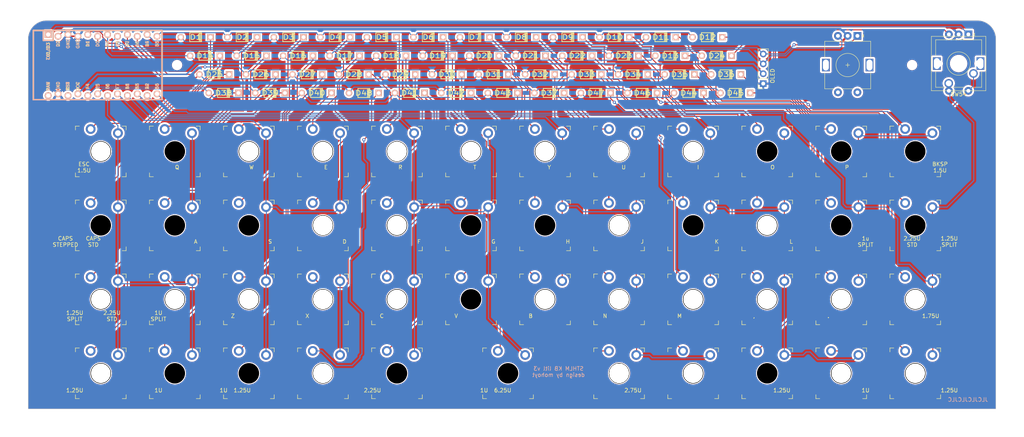
<source format=kicad_pcb>
(kicad_pcb (version 20240108) (generator "pcbnew") (generator_version "8.0")
  (title_block (title "Litl keyboard") (company "STHLM kb"))
  (layers (0 "F.Cu" signal) (31 "B.Cu" signal) (34 "B.Paste" user) (35 "F.Paste" user) (36 "B.SilkS" user "B.Silkscreen") (37 "F.SilkS" user "F.Silkscreen") (38 "B.Mask" user) (39 "F.Mask" user) (44 "Edge.Cuts" user))
  (net 0 "")
  (net 1 "rowA")
  (net 2 "Net-(D1-A)")
  (net 3 "rowC")
  (net 4 "Net-(D2-A)")
  (net 5 "rowE")
  (net 6 "Net-(D3-A)")
  (net 7 "rowG")
  (net 8 "Net-(D4-A)")
  (net 9 "RotA")
  (net 10 "VCC")
  (net 11 "SCL")
  (net 12 "SDA")
  (net 13 "col0")
  (net 14 "col1")
  (net 15 "col2")
  (net 16 "col3")
  (net 17 "col4")
  (net 18 "RotB")
  (net 19 "encB")
  (net 20 "encA")
  (net 21 "RotC")
  (net 22 "GND")
  (net 23 "Net-(D5-A)")
  (net 24 "Net-(D6-A)")
  (net 25 "Net-(D7-A)")
  (net 26 "Net-(D8-A)")
  (net 27 "Net-(D9-A)")
  (net 28 "Net-(D10-A)")
  (net 29 "Net-(D11-A)")
  (net 30 "Net-(D12-A)")
  (net 31 "Net-(D13-A)")
  (net 32 "Net-(D14-A)")
  (net 33 "Net-(D15-A)")
  (net 34 "Net-(D16-A)")
  (net 35 "Net-(D17-A)")
  (net 36 "Net-(D18-A)")
  (net 37 "Net-(D19-A)")
  (net 38 "Net-(D20-A)")
  (net 39 "Net-(D21-A)")
  (net 40 "Net-(D22-A)")
  (net 41 "Net-(D23-A)")
  (net 42 "Net-(D24-A)")
  (net 43 "Net-(D25-A)")
  (net 44 "Net-(D26-A)")
  (net 45 "Net-(D27-A)")
  (net 46 "Net-(D28-A)")
  (net 47 "Net-(D29-A)")
  (net 48 "Net-(D30-A)")
  (net 49 "Net-(D31-A)")
  (net 50 "Net-(D32-A)")
  (net 51 "Net-(D33-A)")
  (net 52 "Net-(D34-A)")
  (net 53 "Net-(D35-A)")
  (net 54 "Net-(D36-A)")
  (net 55 "Net-(D37-A)")
  (net 56 "Net-(D38-A)")
  (net 57 "Net-(D39-A)")
  (net 58 "Net-(D40-A)")
  (net 59 "Net-(D41-A)")
  (net 60 "Net-(D42-A)")
  (net 61 "Net-(D43-A)")
  (net 62 "Net-(D44-A)")
  (net 63 "Net-(D45-A)")
  (net 64 "Net-(D48-A)")
  (footprint "key-switches:SW_Gateron_LowProfile_THT180" (layer "F.Cu") (at 99.5 77)
    (property "Reference" "SW18" (hide yes))
    (property "Value" "KEYSW" (hide yes))
  )
  (footprint "key-switches:SW_Gateron_LowProfile_THT180" (layer "F.Cu") (at 99.5 96)
    (property "Reference" "SW31" (hide yes))
    (property "Value" "KEYSW" (hide yes))
  )
  (footprint "Keebio-Parts:Diode" (layer "F.Cu") (at 107.4375 38.2)
    (property "Reference" "D28")
    (property "Value" "D_Small" (hide yes))
  )
  (footprint "xiao_256:gateron shape" (layer "F.Cu") (at 232.5 77 180)
    (property "Reference" "SW11" (hide yes))
    (property "Value" "GateronLP" (hide yes))
  )
  (footprint "xiao_256:gateron shape" (layer "F.Cu") (at 251.5 77 180)
    (property "Reference" "SW12" (hide yes))
    (property "Value" "GateronLP" (hide yes))
  )
  (footprint "key-switches:SW_Gateron_LowProfile_THT180" (layer "F.Cu") (at 61.5 96)
    (property "Reference" "SW29" (hide yes))
    (property "Value" "KEYSW" (hide yes))
  )
  (footprint "xiao_256:gateron shape" (layer "F.Cu") (at 251.5 58 180)
    (property "Reference" "SW6" (hide yes))
    (property "Value" "GateronLP" (hide yes))
  )
  (footprint "key-switches:SW_Gateron_LowProfile_THT180" (layer "F.Cu") (at 99.5 115)
    (property "Reference" "SW55" (hide yes))
    (property "Value" "KEYSW" (hide yes))
  )
  (footprint "key-switches:SW_Gateron_LowProfile_THT180" (layer "F.Cu") (at 42.5 96)
    (property "Reference" "SW27" (hide yes))
    (property "Value" "KEYSW" (hide yes))
  )
  (footprint "xiao_256:gateron shape" (layer "F.Cu") (at 232.5 58 180)
    (property "Reference" "SW5" (hide yes))
    (property "Value" "GateronLP" (hide yes))
  )
  (footprint "xiao_256:gateron shape" (layer "F.Cu") (at 99.5 96 180)
    (property "Reference" "SW14" (hide yes))
    (property "Value" "GateronLP" (hide yes))
  )
  (footprint "Keebio-Parts:Diode" (layer "F.Cu") (at 128.925 33.425)
    (property "Reference" "D19")
    (property "Value" "D_Small" (hide yes))
  )
  (footprint "Keebio-Parts:Diode" (layer "F.Cu") (at 138.475 28.65)
    (property "Reference" "D7")
    (property "Value" "D_Small" (hide yes))
  )
  (footprint "key-switches:SW_Gateron_LowProfile_THT180" (layer "F.Cu") (at 251.5 96)
    (property "Reference" "SW13" (hide yes))
    (property "Value" "KEYSW" (hide yes))
  )
  (footprint "Keebio-Parts:Diode" (layer "F.Cu") (at 71.625 38.2)
    (property "Reference" "D25")
    (property "Value" "D_Small" (hide yes))
  )
  (footprint "key-switches:SW_Gateron_LowProfile_THT180" (layer "F.Cu") (at 194.5 96)
    (property "Reference" "SW36" (hide yes))
    (property "Value" "KEYSW" (hide yes))
  )
  (footprint "key-switches:SW_Gateron_LowProfile_THT180" (layer "F.Cu") (at 137.5 58)
    (property "Reference" "SW6" (hide yes))
    (property "Value" "KEYSW" (hide yes))
  )
  (footprint "key-switches:SW_Gateron_LowProfile_THT180" (layer "F.Cu") (at 194.5 115)
    (property "Reference" "SW42" (hide yes))
    (property "Value" "KEYSW" (hide yes))
  )
  (footprint "xiao_256:gateron shape" (layer "F.Cu") (at 213.5 115 180)
    (property "Reference" "SW23" (hide yes))
    (property "Value" "GateronLP" (hide yes))
  )
  (footprint "xiao_256:gateron shape" (layer "F.Cu") (at 175.5 96 180)
    (property "Reference" "SW18" (hide yes))
    (property "Value" "GateronLP" (hide yes))
  )
  (footprint "xiao_256:gateron shape" (layer "F.Cu") (at 118.5 96 180)
    (property "Reference" "SW15" (hide yes))
    (property "Value" "GateronLP" (hide yes))
  )
  (footprint "xiao_256:gateron shape" (layer "F.Cu") (at 118.5 115 180)
    (property "Reference" "SW21" (hide yes))
    (property "Value" "GateronLP" (hide yes))
  )
  (footprint "Keebio-Parts:Diode" (layer "F.Cu") (at 105.05 33.425)
    (property "Reference" "D17")
    (property "Value" "D_Small" (hide yes))
  )
  (footprint "Keebio-Parts:Diode" (layer "F.Cu") (at 66.85 28.65)
    (property "Reference" "D1")
    (property "Value" "D_Small" (hide yes))
  )
  (footprint "key-switches:SW_Gateron_LowProfile_THT180" (layer "F.Cu") (at 118.5 58)
    (property "Reference" "SW5" (hide yes))
    (property "Value" "KEYSW" (hide yes))
  )
  (footprint "xiao_256:gateron shape" (layer "F.Cu") (at 99.5 96 180)
    (property "Reference" "SW17" (hide yes))
    (property "Value" "GateronLP" (hide yes))
  )
  (footprint "Keebio-Parts:Diode" (layer "F.Cu") (at 176.675 33.425)
    (property "Reference" "D23")
    (property "Value" "D_Small" (hide yes))
  )
  (footprint "xiao_256:gateron shape" (layer "F.Cu") (at 137.5 96 180)
    (property "Reference" "SW16" (hide yes))
    (property "Value" "GateronLP" (hide yes))
  )
  (footprint "key-switches:SW_Gateron_LowProfile_THT180" (layer "F.Cu") (at 175.5 96)
    (property "Reference" "SW35" (hide yes))
    (property "Value" "KEYSW" (hide yes))
  )
  (footprint "Keebio-Parts:Diode" (layer "F.Cu") (at 81.175 33.425)
    (property "Reference" "D15")
    (property "Value" "D_Small" (hide yes))
  )
  (footprint "Keebio-Parts:Diode" (layer "F.Cu") (at 119.375 38.2)
    (property "Reference" "D29")
    (property "Value" "D_Small" (hide yes))
  )
  (footprint "key-switches:SW_Gateron_LowProfile_THT180" (layer "F.Cu") (at 137.5 96)
    (property "Reference" "SW33" (hide yes))
    (property "Value" "KEYSW" (hide yes))
  )
  (footprint "xiao_256:gateron shape" (layer "F.Cu") (at 61.5 115 180)
    (property "Reference" "SW21" (hide yes))
    (property "Value" "GateronLP" (hide yes))
  )
  (footprint "xiao_256:gateron shape" (layer "F.Cu") (at 232.5 115 180)
    (property "Reference" "SW24" (hide yes))
    (property "Value" "GateronLP" (hide yes))
  )
  (footprint "Keebio-Parts:Diode" (layer "F.Cu") (at 169.5125 42.975)
    (property "Reference" "D47")
    (property "Value" "D_Small" (hide yes))
  )
  (footprint "key-switches:SW_Gateron_LowProfile_THT180" (layer "F.Cu") (at 175.5 115)
    (property "Reference" "SW48" (hide yes))
    (property "Value" "KEYSW" (hide yes))
  )
  (footprint "key-switches:SW_Gateron_LowProfile_THT180" (layer "F.Cu") (at 147 115)
    (property "Reference" "SW41" (hide yes))
    (property "Value" "KEYSW" (hide yes))
  )
  (footprint "Keebio-Parts:Diode" (layer "F.Cu") (at 83.5625 38.2)
    (property "Reference" "D26")
    (property "Value" "D_Small" (hide yes))
  )
  (footprint "xiao_256:gateron shape" (layer "F.Cu") (at 213.5 58 180)
    (property "Reference" "SW5" (hide yes))
    (property "Value" "GateronLP" (hide yes))
  )
  (footprint "key-switches:SW_Gateron_LowProfile_THT180" (layer "F.Cu") (at 175.5 58)
    (property "Reference" "SW8" (hide yes))
    (property "Value" "KEYSW" (hide yes))
  )
  (footprint "xiao_256:gateron shape" (layer "F.Cu") (at 80.5 115 180)
    (property "Reference" "SW22" (hide yes))
    (property "Value" "GateronLP" (hide yes))
  )
  (footprint "xiao_256:gateron shape" (layer "F.Cu") (at 61.5 58 180)
    (property "Reference" "SW3" (hide yes))
    (property "Value" "GateronLP" (hide yes))
  )
  (footprint "xiao_256:gateron shape" (layer "F.Cu") (at 232.5 77 180)
    (property "Reference" "SW12" (hide yes))
    (property "Value" "GateronLP" (hide yes))
  )
  (footprint "key-switches:SW_Gateron_LowProfile_THT180" (layer "F.Cu") (at 251.5 77)
    (property "Reference" "SW12" (hide yes))
    (property "Value" "KEYSW" (hide yes))
  )
  (footprint "Keebio-Parts:Diode" (layer "F.Cu") (at 205.325 42.975)
    (property "Reference" "D45")
    (property "Value" "D_Small" (hide yes))
  )
  (footprint "xiao_256:gateron shape" (layer "F.Cu") (at 80.5 77 180)
    (property "Reference" "SW10" (hide yes))
    (property "Value" "GateronLP" (hide yes))
  )
  (footprint "xiao_256:gateron shape" (layer "F.Cu") (at 137.5 77 180)
    (property "Reference" "SW10" (hide yes))
    (property "Value" "GateronLP" (hide yes))
  )
  (footprint "xiao_256:gateron shape" (layer "F.Cu") (at 118.5 58 180)
    (property "Reference" "SW3" (hide yes))
    (property "Value" "GateronLP" (hide yes))
  )
  (footprint "Keebio-Parts:Diode" (layer "F.Cu") (at 90.725 28.65)
    (property "Reference" "D3")
    (property "Value" "D_Small" (hide yes))
  )
  (footprint "xiao_256:gateron shape" (layer "F.Cu") (at 175.5 58 180)
    (property "Reference" "SW3" (hide yes))
    (property "Value" "GateronLP" (hide yes))
  )
  (footprint "key-switches:SW_Gateron_LowProfile_THT180" (layer "F.Cu") (at 80.5 96)
    (property "Reference" "SW30" (hide yes))
    (property "Value" "KEYSW" (hide yes))
  )
  (footprint "xiao_256:gateron shape" (layer "F.Cu") (at 99.5 115 180)
    (property "Reference" "SW20" (hide yes))
    (property "Value" "GateronLP" (hide yes))
  )
  (footprint "xiao_256:gateron shape" (layer "F.Cu") (at 99.5 58 180)
    (property "Reference" "SW5" (hide yes))
    (property "Value" "GateronLP" (hide yes))
  )
  (footprint "xiao_256:gateron shape" (layer "F.Cu") (at 80.5 96 180)
    (property "Reference" "SW16" (hide yes))
    (property "Value" "GateronLP" (hide yes))
  )
  (footprint "Keebio-Parts:Diode" (layer "F.Cu") (at 200.55 33.425)
    (property "Reference" "D24")
    (property "Value" "D_Small" (hide yes))
  )
  (footprint "key-switches:SW_Gateron_LowProfile_THT180" (layer "F.Cu") (at 118.5 96)
    (property "Reference" "SW32" (hide yes))
    (property "Value" "KEYSW" (hide yes))
  )
  (footprint "xiao_256:gateron shape" (layer "F.Cu") (at 175.5 77 180)
    (property "Reference" "SW9" (hide yes))
    (property "Value" "GateronLP" (hide yes))
  )
  (footprint "key-switches:SW_Gateron_LowProfile_THT180" (layer "F.Cu") (at 42.5 58)
    (property "Reference" "SW1" (hide yes))
    (property "Value" "KEYSW" (hide yes))
  )
  (footprint "xiao_256:gateron shape" (layer "F.Cu") (at 118.5 115 180)
    (property "Reference" "SW24" (hide yes))
    (property "Value" "GateronLP" (hide yes))
  )
  (footprint "xiao_256:gateron shape" (layer "F.Cu") (at 137.5 58 180)
    (property "Reference" "SW4" (hide yes))
    (property "Value" "GateronLP" (hide yes))
  )
  (footprint "key-switches:SW_Gateron_LowProfile_THT180" (layer "F.Cu") (at 80.5 58)
    (property "Reference" "SW3" (hide yes))
    (property "Value" "KEYSW" (hide yes))
  )
  (footprint "xiao_256:gateron shape" (layer "F.Cu") (at 175.5 115 180)
    (property "Reference" "SW24" (hide yes))
    (property "Value" "GateronLP" (hide yes))
  )
  (footprint "xiao_256:gateron shape" (layer "F.Cu") (at 61.5 77 180)
    (property "Reference" "SW9" (hide yes))
    (property "Value" "GateronLP" (hide yes))
  )
  (footprint "Keebio-Parts:Diode" (layer "F.Cu") (at 131.3125 38.2)
    (property "Reference" "D30")
    (property "Value" "D_Small" (hide yes))
  )
  (footprint "Keebio-Parts:Diode" (layer "F.Cu") (at 191 38.2)
    (property "Reference" "D35")
    (property "Value" "D_Small" (hide yes))
  )
  (footprint "xiao_256:gateron shape" (layer "F.Cu") (at 99.5 115 180)
    (property "Reference" "SW23" (hide yes))
    (property "Value" "GateronLP" (hide yes))
  )
  (footprint "Keebio-Parts:Diode" (layer "F.Cu") (at 162.35 28.65)
    (property "Reference" "D9")
    (property "Value" "D_Small" (hide yes))
  )
  (footprint "xiao_256:gateron shape" (layer "F.Cu") (at 175.5 115 180)
    (property "Reference" "SW24" (hide yes))
    (property "Value" "GateronLP" (hide yes))
  )
  (footprint "key-switches:SW_Gateron_LowProfile_THT180" (layer "F.Cu") (at 61.5 115)
    (property "Reference" "SW44" (hide yes))
    (property "Value" "KEYSW" (hide yes))
  )
  (footprint "MountingHole:MountingHole_2.2mm_M2" (layer "F.Cu") (at 250.6875 35.8125)
    (property "Reference" "REF**" (hide yes))
    (property "Value" "MountingHole_2.2mm_M2")
  )
  (footprint "xiao_256:gateron shape" (layer "F.Cu") (at 175.5 58 180)
    (property "Reference" "SW6" (hide yes))
    (property "Value" "GateronLP" (hide yes))
  )
  (footprint "Button_Switch_Keyboard:SW_Cherry_MX_1.25u_PCB" (layer "F.Cu") (at 260.085 40.507 180)
    (property "Reference" "SW54")
    (property "Value" "KEYSW")
  )
  (footprint "Keebio-Parts:RotaryEncoder_EC11" (layer "F.Cu") (at 234.1554 35.8125 -90)
    (property "Reference" "SW53")
    (property "Value" "RotaryEncoder_Switch")
  )
  (footprint "key-switches:SW_Gateron_LowProfile_THT180" (layer "F.Cu") (at 213.5 58)
    (property "Reference" "SW10" (hide yes))
    (property "Value" "KEYSW" (hide yes))
  )
  (footprint "Keebio-Parts:Diode" (layer "F.Cu") (at 97.8875 42.975)
    (property "Reference" "D40")
    (property "Value" "D_Small" (hide yes))
  )
  (footprint "Keebio-Parts:Diode" (layer "F.Cu") (at 152.8 33.425)
    (property "Reference" "D21")
    (property "Value" "D_Small" (hide yes))
  )
  (footprint "xiao_256:gateron shape" (layer "F.Cu") (at 194.5 77 180)
    (property "Reference" "SW10" (hide yes))
    (property "Value" "GateronLP" (hide yes))
  )
  (footprint "xiao_256:gateron shape" (layer "F.Cu") (at 194.5 115 180)
    (property "Reference" "SW22" (hide yes))
    (property "Value" "GateronLP" (hide yes))
  )
  (footprint "Keebio-Parts:Diode" (layer "F.Cu") (at 164.7375 33.425)
    (property "Reference" "D22")
    (property "Value" "D_Small" (hide yes))
  )
  (footprint "key-switches:SW_Gateron_LowProfile_THT180" (layer "F.Cu") (at 194.5 77)
    (property "Reference" "SW23" (hide yes))
    (property "Value" "KEYSW" (hide yes))
  )
  (footprint "key-switches:SW_Gateron_LowProfile_THT180" (layer "F.Cu") (at 175.5 77)
    (property "Reference" "SW22" (hide yes))
    (property "Value" "KEYSW" (hide yes))
  )
  (footprint "key-switches:SW_Gateron_LowProfile_THT180" (layer "F.Cu") (at 251.5 58)
    (property "Reference" "SW52" (hide yes))
    (property "Value" "KEYSW" (hide yes))
  )
  (footprint "Keebio-Parts:Diode" (layer "F.Cu") (at 198.1625 28.65)
    (property "Reference" "D12")
    (property "Value" "D_Small" (hide yes))
  )
  (footprint "xiao_256:gateron shape" (layer "F.Cu") (at 251.5 96 180)
    (property "Reference" "SW18" (hide yes))
    (property "Value" "GateronLP" (hide yes))
  )
  (footprint "Keebio-Parts:Diode" (layer "F.Cu") (at 121.7625 42.975)
    (property "Reference" "D41")
    (property "Value" "D_Small" (hide yes))
  )
  (footprint "Keebio-Parts:Diode" (layer "F.Cu") (at 167.125 38.2)
    (property "Reference" "D33")
    (property "Value" "D_Small" (hide yes))
  )
  (footprint "xiao_256:gateron shape" (layer "F.Cu") (at 118.5 77 180)
    (property "Reference" "SW9" (hide yes))
    (property "Value" "GateronLP" (hide yes))
  )
  (footprint "MountingHole:MountingHole_2.2mm_M2" (layer "F.Cu") (at 62.075 35.8125)
    (property "Reference" "REF**" (hide yes))
    (property "Value" "MountingHole_2.2mm_M2")
  )
  (footprint "key-switches:SW_Gateron_LowProfile_THT180" (layer "F.Cu") (at 118.5 77)
    (property "Reference" "SW19" (hide yes))
    (property "Value" "KEYSW" (hide yes))
  )
  (footprint "key-switches:SW_Gateron_LowProfile_THT180" (layer "F.Cu") (at 80.5 77)
    (property "Reference" "SW17" (hide yes))
    (property "Value" "KEYSW" (hide yes))
  )
  (footprint "xiao_256:gateron shape" (layer "F.Cu") (at 175.5 115 180)
    (property "Reference" "SW21" (hide yes))
    (property "Value" "GateronLP" (hide yes))
  )
  (footprint "xiao_256:gateron shape" (layer "F.Cu") (at 156.5 77 180)
    (property "Reference" "SW11" (hide yes))
    (property "Value" "GateronLP" (hide yes))
  )
  (footprint "Keebio-Parts:Diode" (layer "F.Cu") (at 202.9375 38.2)
    (property "Reference" "D36")
    (property "Value" "D_Small" (hide yes))
  )
  (footprint "xiao_256:gateron shape" (layer "F.Cu") (at 42.5 58 180)
    (property "Reference" "SW2" (hide yes))
    (property "Value" "GateronLP" (hide yes))
  )
  (footprint "Keebio-Parts:RotaryEncoder_EC11" (layer "F.Cu") (at 262.625 35.427 -90)
    (property "Reference" "SW51")
    (property "Value" "RotaryEncoder_Switch")
  )
  (footprint "key-switches:SW_Gateron_LowProfile_THT180" (layer "F.Cu") (at 99.5 58)
    (property "Reference" "SW4" (hide yes))
    (property "Value" "KEYSW" (hide yes))
  )
  (footprint "xiao_256:gateron shape" (layer "F.Cu") (at 80.5 58 180)
    (property "Reference" "SW4" (hide yes))
    (property "Value" "GateronLP" (hide yes))
  )
  (footprint "Keebio-Parts:Diode" (layer "F.Cu") (at 102.6625 28.65)
    (property "Reference" "D4")
    (property "Value" "D_Small" (hide yes))
  )
  (footprint "key-switches:SW_Gateron_LowProfile_THT180" (layer "F.Cu") (at 137.5 77)
    (property "Reference" "SW20" (hide yes))
    (property "Value" "KEYSW" (hide yes))
  )
  (footprint "xiao_256:gateron shape" (layer "F.Cu") (at 118.5 77 180)
    (property "Reference" "SW12" (hide yes))
    (property "Value" "GateronLP" (hide yes))
  )
  (footprint "key-switches:SW_Gateron_LowProfile_THT180" (layer "F.Cu") (at 232.5 115)
    (property "Reference" "SW50" (hide yes))
    (property "Value" "KEYSW" (hide yes))
  )
  (footprint "Keebio-Parts:Diode" (layer "F.Cu") (at 114.6 28.65)
    (property "Reference" "D5")
    (property "Value" "D_Small" (hide yes))
  )
  (footprint "xiao_256:gateron shape" (layer "F.Cu") (at 99.5 58 180)
    (property "Reference" "SW2" (hide yes))
    (property "Value" "GateronLP" (hide yes))
  )
  (footprint "key-switches:SW_Gateron_LowProfile_THT180" (layer "F.Cu") (at 156.5 58)
    (property "Reference" "SW7" (hide yes))
    (property "Value" "KEYSW" (hide yes))
  )
  (footprint "xiao_256:gateron shape" (layer "F.Cu") (at 42.5 77 180)
    (property "Reference" "SW8" (hide yes))
    (property "Value" "GateronLP" (hide yes))
  )
  (footprint "Keebio-Parts:Diode" (layer "F.Cu") (at 140.8625 33.425)
    (property "Reference" "D20")
    (property "Value" "D_Small" (hide yes))
  )
  (footprint "key-switches:SW_Gateron_LowProfile_THT180" (layer "F.Cu") (at 156.5 77)
    (property "Reference" "SW21" (hide yes))
    (property "Value" "KEYSW" (hide yes))
  )
  (footprint "xiao_256:gateron shape" (layer "F.Cu") (at 232.5 96 180)
    (property "Reference" "SW18" (hide yes))
    (property "Value" "GateronLP" (hide yes))
  )
  (footprint "xiao_256:gateron shape" (layer "F.Cu") (at 99.5 77 180)
    (property "Reference" "SW11" (hide yes))
    (property "Value" "GateronLP" (hide yes))
  )
  (footprint "key-switches:SW_Gateron_LowProfile_THT180" (layer "F.Cu") (at 194.5 58)
    (property "Reference" "SW9" (hide yes))
    (property "Value" "KEYSW" (hide yes))
  )
  (footprint "key-switches:SW_Gateron_LowProfile_THT180" (layer "F.Cu") (at 42.5 115)
    (property "Reference" "SW43" (hide yes))
    (property "Value" "KEYSW" (hide yes))
  )
  (footprint "key-switches:SW_Gateron_LowProfile_THT180" (layer "F.Cu") (at 232.5 96)
    (property "Reference" "SW38" (hide yes))
    (property "Value" "KEYSW" (hide yes))
  )
  (footprint "xiao_256:gateron shape" (layer "F.Cu") (at 42.5 115 180)
    (property "Reference" "SW20" (hide yes))
    (property "Value" "GateronLP" (hide yes))
  )
  (footprint "Keebio-Parts:Diode" (layer "F.Cu") (at 157.575 42.975)
    (property "Reference" "D37")
    (property "Value" "D_Small" (hide yes))
  )
  (footprint "xiao_256:gateron shape" (layer "F.Cu") (at 42.5 96 180)
    (property "Reference" "SW14" (hide yes))
    (property "Value" "GateronLP" (hide yes))
  )
  (footprint "Keebio-Parts:Diode" (layer "F.Cu") (at 69.2375 33.425)
    (property "Reference" "D14")
    (property "Value" "D_Small" (hide yes))
  )
  (footprint "Keebio-Parts:Diode" (layer "F.Cu") (at 181.45 42.975)
    (property "Reference" "D46")
    (property "Value" "D_Small" (hide yes))
  )
  (footprint "xiao_256:gateron shape" (layer "F.Cu") (at 175.5 96 180)
    (property "Reference" "SW18" (hide yes))
    (property "Value" "GateronLP" (hide yes))
  )
  (footprint "xiao_256:gateron shape" (layer "F.Cu") (at 232.5 58 180)
    (property "Reference" "SW6" (hide yes))
    (property "Value" "GateronLP" (hide yes))
  )
  (footprint "key-switches:SW_Gateron_LowProfile_THT180" (layer "F.Cu") (at 213.5 77)
    (property "Reference" "SW24" (hide yes))
    (property "Value" "KEYSW" (hide yes))
  )
  (footprint "xiao_256:gateron shape" (layer "F.Cu") (at 175.5 77 180)
    (property "Reference" "SW12" (hide yes))
    (property "Value" "GateronLP" (hide yes))
  )
  (footprint "xiao_256:gateron shape" (layer "F.Cu") (at 232.5 96 180)
    (property "Reference" "SW17" (hide yes))
    (property "Value" "GateronLP" (hide yes))
  )
  (footprint "xiao_256:gateron shape" (layer "F.Cu") (at 232.5 115 180)
    (property "Reference" "SW23" (hide yes))
    (property "Value" "GateronLP" (hide yes))
  )
  (footprint "Connector_PinSocket_2.54mm:PinSocket_1x04_P2.54mm_Vertical" (layer "F.Cu") (at 212.4875 40.5875 180)
    (property "Reference" "J1" (hide yes))
    (property "Value" "Conn_01x04")
  )
  (footprint "key-switches:SW_Gateron_LowProfile_THT180" (layer "F.Cu") (at 213.5 115)
    (property "Reference" "SW49" (hide yes))
    (property "Value" "KEYSW" (hide yes))
  )
  (footprint "Keebio-Parts:Diode" (layer "F.Cu") (at 188.6125 33.425)
    (property "Reference" "D13")
    (property "Value" "D_Small" (hide yes))
  )
  (footprint "xiao_256:gateron shape" (layer "F.Cu") (at 61.5 96 180)
    (property "Reference" "SW15" (hide yes))
    (property "Value" "GateronLP" (hide yes))
  )
  (footprint "key-switches:SW_Gateron_LowProfile_THT180" (layer "F.Cu") (at 80.5 115)
    (property "Reference" "SW40" (hide yes))
    (property "Value" "KEYSW" (hide yes))
  )
  (footprint "xiao_256:gateron shape" (layer "F.Cu") (at 213.5 77 180)
    (property "Reference" "SW11" (hide yes))
    (property "Value" "GateronLP" (hide yes))
  )
  (footprint "key-switches:SW_Gateron_LowProfile_THT180" (layer "F.Cu") (at 213.5 96)
    (property "Reference" "SW37" (hide yes))
    (property "Value" "KEYSW" (hide yes))
  )
  (footprint "xiao_256:gateron shape" (layer "F.Cu") (at 118.5 58 180)
    (property "Reference" "SW6" (hide yes))
    (property "Value" "GateronLP" (hide yes))
  )
  (footprint "key-switches:SW_Gateron_LowProfile_THT180" (layer "F.Cu") (at 118.5 115)
    (property "Reference" "SW46" (hide yes))
    (property "Value" "KEYSW" (hide yes))
  )
  (footprint "xiao_256:gateron shape" (layer "F.Cu") (at 175.5 77 180)
    (property "Reference" "SW12" (hide yes))
    (property "Value" "GateronLP" (hide yes))
  )
  (footprint "Keebio-Parts:Diode" (layer "F.Cu") (at 74.0125 42.975)
    (property "Reference" "D38")
    (property "Value" "D_Small" (hide yes))
  )
  (footprint "xiao_256:gateron shape" (layer "F.Cu") (at 156.5 58 180)
    (property "Reference" "SW5" (hide yes))
    (property "Value" "GateronLP" (hide yes))
  )
  (footprint "Keebio-Parts:Diode" (layer "F.Cu") (at 133.7 42.975)
    (property "Reference" "D42")
    (property "Value" "D_Small" (hide yes))
  )
  (footprint "key-switches:SW_Gateron_LowProfile_THT180" (layer "F.Cu") (at 61.5 58)
    (property "Reference" "SW2" (hide yes))
    (property "Value" "KEYSW" (hide yes))
  )
  (footprint "Keebio-Parts:Diode" (layer "F.Cu") (at 78.7875 28.65)
    (property "Reference" "D2")
    (property "Value" "D_Small" (hide yes))
  )
  (footprint "Keebio-Parts:Diode" (layer "F.Cu") (at 116.9875 33.425)
    (property "Reference" "D18")
    (property "Value" "D_Small" (hide yes))
  )
  (footprint "Keebio-Parts:Diode" (layer "F.Cu") (at 85.95 42.975)
    (property "Reference" "D39")
    (property "Value" "D_Small" (hide yes))
  )
  (footprint "key-switches:SW_Gateron_LowProfile_THT180" (layer "F.Cu") (at 251.5 115)
    (property "Reference" "SW39" (hide yes))
    (property "Value" "KEYSW" (hide yes))
  )
  (footprint "key-switches:SW_Gateron_LowProfile_THT180" (layer "F.Cu") (at 156.5 96)
    (property "Reference" "SW34" (hide yes))
    (property "Value" "KEYSW" (hide yes))
  )
  (footprint "xiao_256:gateron shape" (layer "F.Cu") (at 213.5 96 180)
    (property "Reference" "SW17" (hide yes))
    (property "Value" "GateronLP" (hide yes))
  )
  (footprint "Keebio-Parts:Diode" (layer "F.Cu") (at 174.2875 28.65)
    (property "Reference" "D10")
    (property "Value" "D_Small" (hide yes))
  )
  (footprint "Keebio-Parts:Diode" (layer "F.Cu") (at 145.6375 42.975)
    (property "Reference" "D43")
    (property "Value" "D_Small" (hide yes))
  )
  (footprint "xiao_256:gateron shape" (layer "F.Cu") (at 175.5 58 180)
    (property "Reference" "SW6" (hide yes))
    (property "Value" "GateronLP" (hide yes))
  )
  (footprint "Keebio-Parts:Diode" (layer "F.Cu") (at 155.1875 38.2)
    (property "Reference" "D32")
    (property "Value" "D_Small" (hide yes))
  )
  (footprint "Keebio-Parts:Diode" (layer "F.Cu") (at 95.5 38.2)
    (property "Reference" "D27")
    (property "Value" "D_Small" (hide yes))
  )
  (footprint "Keebio-Parts:Diode" (layer "F.Cu") (at 143.25 38.2)
    (property "Reference" "D31")
    (property "Value" "D_Small" (hide yes))
  )
  (footprint "key-switches:SW_Gateron_LowProfile_THT180" (layer "F.Cu") (at 232.5 58)
    (property "Reference" "SW11" (hide yes))
    (property "Value" "KEYSW" (hide yes))
  )
  (footprint "xiao_256:gateron shape" (layer "F.Cu") (at 99.5 77 180)
    (property "Reference" "SW8" (hide yes))
    (property "Value" "GateronLP" (hide yes))
  )
  (footprint "xiao_256:gateron shape" (layer "F.Cu") (at 194.5 58 180)
    (property "Reference" "SW4" (hide yes))
    (property "Value" "GateronLP" (hide yes))
  )
  (footprint "Keebio-Parts:Diode" (layer "F.Cu") (at 93.1125 33.425)
    (property "Reference" "D16")
    (property "Value" "D_Small" (hide yes))
  )
  (footprint "Keebio-Parts:Diode" (layer "F.Cu") (at 186.225 28.65)
    (property "Reference" "D11")
    (property "Value" "D_Small" (hide yes))
  )
  (footprint "xiao_256:gateron shape" (layer "F.Cu") (at 156.5 96 180)
    (property "Reference" "SW17" (hide yes))
    (property "Value" "GateronLP" (hide yes))
  )
  (footprint "xiao_256:gateron shape" (layer "F.Cu") (at 175.5 96 180)
    (property "Reference" "SW15" (hide yes))
    (property "Value" "GateronLP" (hide yes))
  )
  (footprint "key-switches:SW_Gateron_LowProfile_THT180" (layer "F.Cu") (at 61.5 77)
    (property "Reference" "SW16" (hide yes))
    (property "Value" "KEYSW" (hide yes))
  )
  (footprint "Keebio-Parts:Diode" (layer "F.Cu") (at 126.5375 28.65)
    (property "Reference" "D6")
    (property "Value" "D_Small" (hide yes))
  )
  (footprint "Keebio-Parts:Diode" (layer "F.Cu") (at 110 43)
    (property "Reference" "D48")
    (property "Value" "D_Small" (hide yes))
  )
  (footprint "Keebio-Parts:Diode" (layer "F.Cu") (at 150.4125 28.65)
    (property "Reference" "D8")
    (property "Value" "D_Small" (hide yes))
  )
  (footprint "Keebio-Parts:Diode" (layer "F.Cu") (at 179.0625 38.2)
    (property "Reference" "D34")
    (property "Value" "D_Small" (hide yes))
  )
  (footprint "Keebio-Parts:Diode" (layer "F.Cu") (at 193.3875 42.975)
    (property "Reference" "D44")
    (property "Value" "D_Small" (hide yes))
  )
  (footprint "key-switches:SW_Gateron_LowProfile_THT180" (layer "F.Cu") (at 42.5 77)
    (property "Reference" "SW14" (hide yes))
    (property "Value" "KEYSW" (hide yes))
  )
  (footprint "xiao_256:gateron shape" (layer "F.Cu") (at 118.5 96 180)
    (property "Reference" "SW18" (hide yes))
    (property "Value" "GateronLP" (hide yes))
  )
  (footprint "xiao_256:gateron shape" (layer "F.Cu") (at 194.5 96 180)
    (property "Reference" "SW16" (hide yes))
    (property "Value" "GateronLP" (hide yes))
  )
  (footprint "xiao_256:gateron shape" (layer "F.Cu") (at 251.5 115 180)
    (property "Reference" "SW24" (hide yes))
    (property "Value" "GateronLP" (hide yes))
  )
  (footprint "key-switches:SW_Gateron_LowProfile_THT180" (layer "F.Cu") (at 232.5 77)
    (property "Reference" "SW25" (hide yes))
    (property "Value" "KEYSW" (hide yes))
  )
  (footprint "Keebio-Parts:ArduinoProMicro-ZigZag" (layer "B.Cu") (at 42.975 35.8125)
    (property "Reference" "U1" (hide yes))
    (property "Value" "ProMicro" (hide yes))
  )
  (gr_arc (start 23.875 29.15) (mid 25.273565 25.773565) (end 28.65 24.375) (stroke (width 0.1)) (layer "Edge.Cuts"))
  (gr_arc (start 267.4 24.375) (mid 270.776435 25.773565) (end 272.175 29.15) (stroke (width 0.1)) (layer "Edge.Cuts"))
  (gr_line (start 267.4 24.375) (end 28.65 24.375) (stroke (width 0.1)) (layer "Edge.Cuts"))
  (gr_line (start 23.875 31.0375) (end 23.875 124.15) (stroke (width 0.1)) (layer "Edge.Cuts"))
  (gr_line (start 272.175 29.15) (end 272.175 124.15) (stroke (width 0.1)) (layer "Edge.Cuts"))
  (gr_line (start 272.175 124.15) (end 23.875 124.15) (stroke (width 0.1)) (layer "Edge.Cuts"))
  (gr_line (start 23.875 31.0375) (end 23.875 29.15) (stroke (width 0.1)) (layer "Edge.Cuts"))
  (gr_text "JLCJLCJLCJLC" (at 265.0125 121.7625 0) (layer "B.SilkS") (effects (font (size 1 1)) (justify mirror)))
  (gr_text "STHLM KB litl v3\ndesign by mohoyt" (at 159.9625 114.6 0) (layer "B.SilkS") (effects (font (size 1 1)) (justify mirror)))
  (gr_text "D" (at 105.05 81.175 0) (layer "F.SilkS") (effects (font (size 1 1))))
  (gr_text "E" (at 100.275 62.075 0) (layer "F.SilkS") (effects (font (size 1 1))))
  (gr_text "G" (at 143.25 81.175 0) (layer "F.SilkS") (effects (font (size 1 1))))
  (gr_text "1U" (at 74.0125 119.375 0) (layer "F.SilkS") (effects (font (size 1 1))))
  (gr_text "S" (at 85.95 81.175 0) (layer "F.SilkS") (effects (font (size 1 1))))
  (gr_text "2.75U" (at 179.0625 119.375 0) (layer "F.SilkS") (effects (font (size 1 1))))
  (gr_text "P" (at 233.975 62.075 0) (layer "F.SilkS") (effects (font (size 1 1))))
  (gr_text "Q" (at 62.075 62.075 0) (layer "F.SilkS") (effects (font (size 1 1))))
  (gr_text "N" (at 171.9 100.275 0) (layer "F.SilkS") (effects (font (size 1 1))))
  (gr_text "2.25U" (at 112.2125 119.375 0) (layer "F.SilkS") (effects (font (size 1 1))))
  (gr_text "L" (at 219.65 81.175 0) (layer "F.SilkS") (effects (font (size 1 1))))
  (gr_text "CAPS\nSTEPPED" (at 33.425 81.175 0) (layer "F.SilkS") (effects (font (size 1 1))))
  (gr_text "T" (at 138.475 62.075 0) (layer "F.SilkS") (effects (font (size 1 1))))
  (gr_text "C" (at 114.6 100.275 0) (layer "F.SilkS") (effects (font (size 1 1))))
  (gr_text "U" (at 176.675 62.075 0) (layer "F.SilkS") (effects (font (size 1 1))))
  (gr_text "1.25U\nSPLIT" (at 260.2375 81.175 0) (layer "F.SilkS") (effects (font (size 1 1))))
  (gr_text "BKSP\n1.5U" (at 257.85 62.075 0) (layer "F.SilkS") (effects (font (size 1 1))))
  (gr_text "J" (at 181.45 81.175 0) (layer "F.SilkS") (effects (font (size 1 1))))
  (gr_text "1.75U" (at 255.4625 100.275 0) (layer "F.SilkS") (effects (font (size 1 1))))
  (gr_text "X" (at 95.5 100.275 0) (layer "F.SilkS") (effects (font (size 1 1))))
  (gr_text "1.25U" (at 217.2625 119.375 0) (layer "F.SilkS") (effects (font (size 1 1))))
  (gr_text "ESC\n1.5U" (at 38.2 62.075 0) (layer "F.SilkS") (effects (font (size 1 1))))
  (gr_text "1u\nSPLIT" (at 238.75 81.175 0) (layer "F.SilkS") (effects (font (size 1 1))))
  (gr_text "1U" (at 238.75 119.375 0) (layer "F.SilkS") (effects (font (size 1 1))))
  (gr_text "1.25U\nSPLIT" (at 35.8125 100.275 0) (layer "F.SilkS") (effects (font (size 1 1))))
  (gr_text "V" (at 133.7 100.275 0) (layer "F.SilkS") (effects (font (size 1 1))))
  (gr_text "W" (at 81.175 62.075 0) (layer "F.SilkS") (effects (font (size 1 1))))
  (gr_text "2.25U\nSTD" (at 45.3625 100.275 0) (layer "F.SilkS") (effects (font (size 1 1))))
  (gr_text "." (at 229.2 100.275 0) (layer "F.SilkS") (effects (font (size 1 1))))
  (gr_text "M" (at 191 100.275 0) (layer "F.SilkS") (effects (font (size 1 1))))
  (gr_text "O" (at 214.875 62.075 0) (layer "F.SilkS") (effects (font (size 1 1))))
  (gr_text "1.25U" (at 260.2375 119.375 0) (layer "F.SilkS") (effects (font (size 1 1))))
  (gr_text "A" (at 66.85 81.175 0) (layer "F.SilkS") (effects (font (size 1 1))))
  (gr_text "B" (at 152.8 100.275 0) (layer "F.SilkS") (effects (font (size 1 1))))
  (gr_text "K" (at 200.55 81.175 0) (layer "F.SilkS") (effects (font (size 1 1))))
  (gr_text "1U" (at 57.3 119.375 0) (layer "F.SilkS") (effects (font (size 1 1))))
  (gr_text "6.25U" (at 145.6375 119.375 0) (layer "F.SilkS") (effects (font (size 1 1))))
  (gr_text "Z" (at 76.4 100.275 0) (layer "F.SilkS") (effects (font (size 1 1))))
  (gr_text "1U\nSPLIT" (at 57.3 100.275 0) (layer "F.SilkS") (effects (font (size 1 1))))
  (gr_text "CAPS\nSTD" (at 40.5875 81.175 0) (layer "F.SilkS") (effects (font (size 1 1))))
  (gr_text "H" (at 162.35 81.175 0) (layer "F.SilkS") (effects (font (size 1 1))))
  (gr_text "F" (at 124.15 81.175 0) (layer "F.SilkS") (effects (font (size 1 1))))
  (gr_text "1.25U" (at 78.7875 119.375 0) (layer "F.SilkS") (effects (font (size 1 1))))
  (gr_text "Y" (at 157.575 62.075 0) (layer "F.SilkS") (effects (font (size 1 1))))
  (gr_text "OLED" (at 214.875 40.5875 90) (layer "F.SilkS") (effects (font (size 1 1)) (justify left)))
  (gr_text "I" (at 195.775 62.075 0) (layer "F.SilkS") (effects (font (size 1 1))))
  (gr_text "R" (at 119.375 62.075 0) (layer "F.SilkS") (effects (font (size 1 1))))
  (gr_text "," (at 210.1 100.275 0) (layer "F.SilkS") (effects (font (size 1 1))))
  (gr_text "1.25U" (at 35.8125 119.375 0) (layer "F.SilkS") (effects (font (size 1 1))))
  (gr_text "1U" (at 140.8625 119.375 0) (layer "F.SilkS") (effects (font (size 1 1))))
  (gr_text "2.25U\nSTD" (at 250.6875 81.175 0) (layer "F.SilkS") (effects (font (size 1 1))))
  (segment (start 97.700489 27.497989) (end 98.8525 28.65) (width 0.254) (layer "B.Cu") (net 1))
  (segment (start 86.915 28.65) (end 88.067011 29.802011) (width 0.254) (layer "B.Cu") (net 1))
  (segment (start 145.450489 27.497989) (end 146.6025 28.65) (width 0.254) (layer "B.Cu") (net 1))
  (segment (start 123.879511 27.497989) (end 145.450489 27.497989) (width 0.254) (layer "B.Cu") (net 1))
  (segment (start 147.754511 27.497989) (end 169.325489 27.497989) (width 0.254) (layer "B.Cu") (net 1))
  (segment (start 64.192011 29.802011) (end 85.762989 29.802011) (width 0.254) (layer "B.Cu") (net 1))
  (segment (start 134.665 28.65) (end 135.817011 29.802011) (width 0.254) (layer "B.Cu") (net 1))
  (segment (start 146.6025 28.65) (end 147.754511 27.497989) (width 0.254) (layer "B.Cu") (net 1))
  (segment (start 63.04 28.65) (end 64.192011 29.802011) (width 0.254) (layer "B.Cu") (net 1))
  (segment (start 121.575489 27.497989) (end 122.7275 28.65) (width 0.254) (layer "B.Cu") (net 1))
  (segment (start 88.067011 29.802011) (end 109.637989 29.802011) (width 0.254) (layer "B.Cu") (net 1))
  (segment (start 76.129511 27.497989) (end 97.700489 27.497989) (width 0.254) (layer "B.Cu") (net 1))
  (segment (start 109.637989 29.802011) (end 110.79 28.65) (width 0.254) (layer "B.Cu") (net 1))
  (segment (start 74.9775 28.65) (end 76.129511 27.497989) (width 0.254) (layer "B.Cu") (net 1))
  (segment (start 111.942011 29.802011) (end 133.512989 29.802011) (width 0.254) (layer "B.Cu") (net 1))
  (segment (start 193.200489 27.497989) (end 194.3525 28.65) (width 0.254) (layer "B.Cu") (net 1))
  (segment (start 170.4775 28.65) (end 171.629511 27.497989) (width 0.254) (layer "B.Cu") (net 1))
  (segment (start 54.405 27.9639) (end 56.065011 29.623911) (width 0.254) (layer "B.Cu") (net 1))
  (segment (start 122.7275 28.65) (end 123.879511 27.497989) (width 0.254) (layer "B.Cu") (net 1))
  (segment (start 135.817011 29.802011) (end 157.387989 29.802011) (width 0.254) (layer "B.Cu") (net 1))
  (segment (start 98.8525 28.65) (end 100.004511 27.497989) (width 0.254) (layer "B.Cu") (net 1))
  (segment (start 171.629511 27.497989) (end 193.200489 27.497989) (width 0.254) (layer "B.Cu") (net 1))
  (segment (start 158.54 28.65) (end 159.692011 29.802011) (width 0.254) (layer "B.Cu") (net 1))
  (segment (start 62.066089 29.623911) (end 63.04 28.65) (width 0.254) (layer "B.Cu") (net 1))
  (segment (start 56.945 28.4211) (end 57.868111 27.497989) (width 0.254) (layer "B.Cu") (net 1))
  (segment (start 85.762989 29.802011) (end 86.915 28.65) (width 0.254) (layer "B.Cu") (net 1))
  (segment (start 157.387989 29.802011) (end 158.54 28.65) (width 0.254) (layer "B.Cu") (net 1))
  (segment (start 110.79 28.65) (end 111.942011 29.802011) (width 0.254) (layer "B.Cu") (net 1))
  (segment (start 169.325489 27.497989) (end 170.4775 28.65) (width 0.254) (layer "B.Cu") (net 1))
  (segment (start 100.004511 27.497989) (end 121.575489 27.497989) (width 0.254) (layer "B.Cu") (net 1))
  (segment (start 181.262989 29.802011) (end 182.415 28.65) (width 0.254) (layer "B.Cu") (net 1))
  (segment (start 57.868111 27.497989) (end 73.825489 27.497989) (width 0.254) (layer "B.Cu") (net 1))
  (segment (start 56.065011 29.623911) (end 62.066089 29.623911) (width 0.254) (layer "B.Cu") (net 1))
  (segment (start 133.512989 29.802011) (end 134.665 28.65) (width 0.254) (layer "B.Cu") (net 1))
  (segment (start 73.825489 27.497989) (end 74.9775 28.65) (width 0.254) (layer "B.Cu") (net 1))
  (segment (start 159.692011 29.802011) (end 181.262989 29.802011) (width 0.254) (layer "B.Cu") (net 1))
  (segment (start 70.66 28.65) (end 70.66 37.882252) (width 0.254) (layer "F.Cu") (net 2))
  (segment (start 59.978874 44.521126) (end 52.25 52.25) (width 0.254) (layer "F.Cu") (net 2))
  (segment (start 50.793489 50.793489) (end 41.356511 50.793489) (width 0.254) (layer "F.Cu") (net 2))
  (segment (start 64.021126 44.521126) (end 59.978874 44.521126) (width 0.254) (layer "F.Cu") (net 2))
  (segment (start 41.356511 50.793489) (end 39.9 52.25) (width 0.254) (layer "F.Cu") (net 2))
  (segment (start 52.25 52.25) (end 50.793489 50.793489) (width 0.254) (layer "F.Cu") (net 2))
  (segment (start 70.66 37.882252) (end 64.021126 44.521126) (width 0.254) (layer "F.Cu") (net 2))
  (segment (start 114.329511 34.577011) (end 135.900489 34.577011) (width 0.254) (layer "B.Cu") (net 3))
  (segment (start 46.785 28.4211) (end 45.3625 29.8436) (width 0.254) (layer "B.Cu") (net 3))
  (segment (start 90.454511 34.577011) (end 112.025489 34.577011) (width 0.254) (layer "B.Cu") (net 3))
  (segment (start 89.3025 33.425) (end 90.454511 34.577011) (width 0.254) (layer "B.Cu") (net 3))
  (segment (start 148.99 33.425) (end 147.837989 32.272989) (width 0.254) (layer "B.Cu") (net 3))
  (segment (start 150.142011 32.272989) (end 148.99 33.425) (width 0.254) (layer "B.Cu") (net 3))
  (segment (start 196.74 33.425) (end 195.587989 32.272989) (width 0.254) (layer "B.Cu") (net 3))
  (segment (start 45.3625 29.8436) (end 45.3625 32.272989) (width 0.254) (layer "B.Cu") (net 3))
  (segment (start 65.4275 33.425) (end 45.3625 33.425) (width 0.254) (layer "B.Cu") (net 3))
  (segment (start 172.865 33.425) (end 171.712989 32.272989) (width 0.254) (layer "B.Cu") (net 3))
  (segment (start 65.4275 33.425) (end 66.579511 34.577011) (width 0.254) (layer "B.Cu") (net 3))
  (segment (start 160.9275 33.425) (end 162.079511 34.577011) (width 0.254) (layer "B.Cu") (net 3))
  (segment (start 45.3625 33.425) (end 44.245 32.3075) (width 0.254) (layer "B.Cu") (net 3))
  (segment (start 101.24 33.425) (end 100.087989 32.272989) (width 0.254) (layer "B.Cu") (net 3))
  (segment (start 171.712989 32.272989) (end 150.142011 32.272989) (width 0.254) (layer "B.Cu") (net 3))
  (segment (start 137.0525 33.425) (end 138.204511 34.577011) (width 0.254) (layer "B.Cu") (net 3))
  (segment (start 113.1775 33.425) (end 114.329511 34.577011) (width 0.254) (layer "B.Cu") (net 3))
  (segment (start 162.079511 34.577011) (end 183.650489 34.577011) (width 0.254) (layer "B.Cu") (net 3))
  (segment (start 195.587989 32.272989) (end 174.017011 32.272989) (width 0.254) (layer "B.Cu") (net 3))
  (segment (start 147.837989 32.272989) (end 126.267011 32.272989) (width 0.254) (layer "B.Cu") (net 3))
  (segment (start 125.115 33.425) (end 123.962989 32.272989) (width 0.254) (layer "B.Cu") (net 3))
  (segment (start 174.017011 32.272989) (end 172.865 33.425) (width 0.254) (layer "B.Cu") (net 3))
  (segment (start 135.900489 34.577011) (end 137.0525 33.425) (width 0.254) (layer "B.Cu") (net 3))
  (segment (start 66.579511 34.577011) (end 88.150489 34.577011) (width 0.254) (layer "B.Cu") (net 3))
  (segment (start 100.087989 32.272989) (end 78.517011 32.272989) (width 0.254) (layer "B.Cu") (net 3))
  (segment (start 45.3625 32.272989) (end 76.212989 32.272989) (width 0.254) (layer "B.Cu") (net 3))
  (segment (start 102.392011 32.272989) (end 101.24 33.425) (width 0.254) (layer "B.Cu") (net 3))
  (segment (start 126.267011 32.272989) (end 125.115 33.425) (width 0.254) (layer "B.Cu") (net 3))
  (segment (start 112.025489 34.577011) (end 113.1775 33.425) (width 0.254) (layer "B.Cu") (net 3))
  (segment (start 183.650489 34.577011) (end 184.8025 33.425) (width 0.254) (layer "B.Cu") (net 3))
  (segment (start 123.962989 32.272989) (end 102.392011 32.272989) (width 0.254) (layer "B.Cu") (net 3))
  (segment (start 88.150489 34.577011) (end 89.3025 33.425) (width 0.254) (layer "B.Cu") (net 3))
  (segment (start 44.245 32.3075) (end 44.245 27.9639) (width 0.254) (layer "B.Cu") (net 3))
  (segment (start 138.204511 34.577011) (end 159.775489 34.577011) (width 0.254) (layer "B.Cu") (net 3))
  (segment (start 76.212989 32.272989) (end 77.365 33.425) (width 0.254) (layer "B.Cu") (net 3))
  (segment (start 78.517011 32.272989) (end 77.365 33.425) (width 0.254) (layer "B.Cu") (net 3))
  (segment (start 159.775489 34.577011) (end 160.9275 33.425) (width 0.254) (layer "B.Cu") (net 3))
  (segment (start 78.600489 39.354713) (end 78.974511 39.728735) (width 0.254) (layer "F.Cu") (net 4))
  (segment (start 78.600489 32.647011) (end 78.600489 39.354713) (width 0.254) (layer "F.Cu") (net 4))
  (segment (start 78.974511 45.175489) (end 78.075 46.075) (width 0.254) (layer "F.Cu") (net 4))
  (segment (start 82.5975 28.65) (end 78.600489 32.647011) (width 0.254) (layer "F.Cu") (net 4))
  (segment (start 59.65 51.5) (end 58.9 52.25) (width 0.254) (layer "F.Cu") (net 4))
  (segment (start 70 51.5) (end 59.65 51.5) (width 0.254) (layer "F.Cu") (net 4))
  (segment (start 78.075 46.075) (end 75.425 46.075) (width 0.254) (layer "F.Cu") (net 4))
  (segment (start 78.974511 39.728735) (end 78.974511 45.175489) (width 0.254) (layer "F.Cu") (net 4))
  (segment (start 75.425 46.075) (end 70 51.5) (width 0.254) (layer "F.Cu") (net 4))
  (segment (start 69.2375 36.2975) (end 68.088309 36.2975) (width 0.254) (layer "F.Cu") (net 5))
  (segment (start 68.088309 36.2975) (end 66.185809 38.2) (width 0.254) (layer "F.Cu") (net 5))
  (segment (start 49.325 30.225) (end 49.325 27.9639) (width 0.254) (layer "F.Cu") (net 5))
  (segment (start 66.9895 39.0255) (end 58.1255 39.0255) (width 0.254) (layer "F.Cu") (net 5))
  (segment (start 51.865 30.3775) (end 51.865 28.4211) (width 0.254) (layer "F.Cu") (net 5))
  (segment (start 67.815 38.2) (end 66.9895 39.0255) (width 0.254) (layer "F.Cu") (net 5))
  (segment (start 59.6875 38.2) (end 51.865 30.3775) (width 0.254) (layer "F.Cu") (net 5))
  (segment (start 58.1255 39.0255) (end 49.325 30.225) (width 0.254) (layer "F.Cu") (net 5))
  (segment (start 66.185809 38.2) (end 59.6875 38.2) (width 0.254) (layer "F.Cu") (net 5))
  (via (at 69.2375 36.2975) (size 0.8) (drill 0.4) (layers "F.Cu" "B.Cu") (net 5))
  (segment (start 114.412989 39.352011) (end 115.565 38.2) (width 0.254) (layer "B.Cu") (net 5))
  (segment (start 163.315 38.2) (end 164.467011 39.352011) (width 0.254) (layer "B.Cu") (net 5))
  (segment (start 139.44 38.2) (end 140.592011 39.352011) (width 0.254) (layer "B.Cu") (net 5))
  (segment (start 126.350489 37.047989) (end 104.779511 37.047989) (width 0.254) (layer "B.Cu") (net 5))
  (segment (start 151.3775 38.2) (end 152.529511 37.047989) (width 0.254) (layer "B.Cu") (net 5))
  (segment (start 92.842011 39.352011) (end 114.412989 39.352011) (width 0.254) (layer "B.Cu") (net 5))
  (segment (start 150.225489 37.047989) (end 128.654511 37.047989) (width 0.254) (layer "B.Cu") (net 5))
  (segment (start 174.100489 37.047989) (end 175.2525 38.2) (width 0.254) (layer "B.Cu") (net 5))
  (segment (start 162.162989 39.352011) (end 163.315 38.2) (width 0.254) (layer "B.Cu") (net 5))
  (segment (start 140.592011 39.352011) (end 162.162989 39.352011) (width 0.254) (layer "B.Cu") (net 5))
  (segment (start 152.529511 37.047989) (end 174.100489 37.047989) (width 0.254) (layer "B.Cu") (net 5))
  (segment (start 128.654511 37.047989) (end 127.5025 38.2) (width 0.254) (layer "B.Cu") (net 5))
  (segment (start 186.037989 39.352011) (end 187.19 38.2) (width 0.254) (layer "B.Cu") (net 5))
  (segment (start 115.565 38.2) (end 116.717011 39.352011) (width 0.254) (layer "B.Cu") (net 5))
  (segment (start 138.287989 39.352011) (end 139.44 38.2) (width 0.254) (layer "B.Cu") (net 5))
  (segment (start 151.3775 38.2) (end 150.225489 37.047989) (width 0.254) (layer "B.Cu") (net 5))
  (segment (start 197.975489 37.047989) (end 176.404511 37.047989) (width 0.254) (layer "B.Cu") (net 5))
  (segment (start 127.5025 38.2) (end 126.350489 37.047989) (width 0.254) (layer "B.Cu") (net 5))
  (segment (start 104.779511 37.047989) (end 103.6275 38.2) (width 0.254) (layer "B.Cu") (net 5))
  (segment (start 176.404511 37.047989) (end 175.2525 38.2) (width 0.254) (layer "B.Cu") (net 5))
  (segment (start 67.815 38.2) (end 68.967011 39.352011) (width 0.254) (layer "B.Cu") (net 5))
  (segment (start 116.717011 39.352011) (end 138.287989 39.352011) (width 0.254) (layer "B.Cu") (net 5))
  (segment (start 69.2375 36.2975) (end 77.85 36.2975) (width 0.254) (layer "B.Cu") (net 5))
  (segment (start 77.85 36.2975) (end 79.7525 38.2) (width 0.254) (layer "B.Cu") (net 5))
  (segment (start 90.537989 39.352011) (end 91.69 38.2) (width 0.254) (layer "B.Cu") (net 5))
  (segment (start 199.1275 38.2) (end 197.975489 37.047989) (width 0.254) (layer "B.Cu") (net 5))
  (segment (start 80.904511 37.047989) (end 79.7525 38.2) (width 0.254) (layer "B.Cu") (net 5))
  (segment (start 164.467011 39.352011) (end 186.037989 39.352011) (width 0.254) (layer "B.Cu") (net 5))
  (segment (start 102.475489 37.047989) (end 80.904511 37.047989) (width 0.254) (layer "B.Cu") (net 5))
  (segment (start 91.69 38.2) (end 92.842011 39.352011) (width 0.254) (layer "B.Cu") (net 5))
  (segment (start 103.6275 38.2) (end 102.475489 37.047989) (width 0.254) (layer "B.Cu") (net 5))
  (segment (start 68.967011 39.352011) (end 90.537989 39.352011) (width 0.254) (layer "B.Cu") (net 5))
  (segment (start 88.399449 50.899449) (end 88.149449 51.149449) (width 0.254) (layer "F.Cu") (net 6))
  (segment (start 90.912011 40.774511) (end 90.912011 46.486932) (width 0.254) (layer "F.Cu") (net 6))
  (segment (start 88.149449 51.149449) (end 79.000551 51.149449) (width 0.254) (layer "F.Cu") (net 6))
  (segment (start 90.537989 40.400489) (end 90.912011 40.774511) (width 0.254) (layer "F.Cu") (net 6))
  (segment (start 90.537989 32.647011) (end 90.537989 40.400489) (width 0.254) (layer "F.Cu") (net 6))
  (segment (start 89.161397 50.1375) (end 88.399449 50.899449) (width 0.254) (layer "F.Cu") (net 6))
  (segment (start 89.161397 48.237546) (end 89.161397 50.1375) (width 0.254) (layer "F.Cu") (net 6))
  (segment (start 79.000551 51.149449) (end 77.9 52.25) (width 0.254) (layer "F.Cu") (net 6))
  (segment (start 94.535 28.65) (end 90.537989 32.647011) (width 0.254) (layer "F.Cu") (net 6))
  (segment (start 90.912011 46.486932) (end 89.161397 48.237546) (width 0.254) (layer "F.Cu") (net 6))
  (segment (start 164.550489 44.127011) (end 165.7025 42.975) (width 0.254) (layer "B.Cu") (net 7))
  (segment (start 141.8275 42.975) (end 142.979511 44.127011) (width 0.254) (layer "B.Cu") (net 7))
  (segment (start 152.612989 41.822989) (end 131.042011 41.822989) (width 0.254) (layer "B.Cu") (net 7))
  (segment (start 105 41.49454) (end 83.62046 41.49454) (width 0.254) (layer "B.Cu") (net 7))
  (segment (start 178.792011 41.822989) (end 177.64 42.975) (width 0.254) (layer "B.Cu") (net 7))
  (segment (start 96.465 45.3625) (end 115.565 45.3625) (width 0.254) (layer "B.Cu") (net 7))
  (segment (start 80.65954 41.49454) (end 82.14 42.975) (width 0.254) (layer "B.Cu") (net 7))
  (segment (start 41.705 43.2039) (end 42.96084 41.94806) (width 0.254) (layer "B.Cu") (net 7))
  (segment (start 94.0775 42.975) (end 96.465 45.3625) (width 0.254) (layer "B.Cu") (net 7))
  (segment (start 165.7025 42.975) (end 166.854511 44.127011) (width 0.254) (layer "B.Cu") (net 7))
  (segment (start 92.925489 44.127011) (end 94.0775 42.975) (width 0.254) (layer "B.Cu") (net 7))
  (segment (start 176.487989 41.822989) (end 154.917011 41.822989) (width 0.254) (layer "B.Cu") (net 7))
  (segment (start 129.89 42.975) (end 128.40954 41.49454) (width 0.254) (layer "B.Cu") (net 7))
  (segment (start 70.2025 42.975) (end 71.354511 44.127011) (width 0.254) (layer "B.Cu") (net 7))
  (segment (start 71.354511 44.127011) (end 92.925489 44.127011) (width 0.254) (layer "B.Cu") (net 7))
  (segment (start 131.042011 41.822989) (end 129.89 42.975) (width 0.254) (layer "B.Cu") (net 7))
  (segment (start 188.425489 44.127011) (end 189.5775 42.975) (width 0.254) (layer "B.Cu") (net 7))
  (segment (start 128.40954 41.49454) (end 107.5 41.49454) (width 0.254) (layer "B.Cu") (net 7))
  (segment (start 42.96084 41.94806) (end 69.17556 41.94806) (width 0.254) (layer "B.Cu") (net 7))
  (segment (start 142.979511 44.127011) (end 164.550489 44.127011) (width 0.254) (layer "B.Cu") (net 7))
  (segment (start 153.765 42.975) (end 152.612989 41.822989) (width 0.254) (layer "B.Cu") (net 7))
  (segment (start 200.362989 41.822989) (end 178.792011 41.822989) (width 0.254) (layer "B.Cu") (net 7))
  (segment (start 117.9525 42.975) (end 119.104511 44.127011) (width 0.254) (layer "B.Cu") (net 7))
  (segment (start 140.675489 44.127011) (end 141.8275 42.975) (width 0.254) (layer "B.Cu") (net 7))
  (segment (start 115.565 45.3625) (end 117.9525 42.975) (width 0.254) (layer "B.Cu") (net 7))
  (segment (start 39.165 43.6611) (end 41.33156 41.49454) (width 0.254) (layer "B.Cu") (net 7))
  (segment (start 83.62046 41.49454) (end 82.14 42.975) (width 0.254) (layer "B.Cu") (net 7))
  (segment (start 69.17556 41.94806) (end 70.2025 42.975) (width 0.254) (layer "B.Cu") (net 7))
  (segment (start 106.25 42.74454) (end 105 41.49454) (width 0.254) (layer "B.Cu") (net 7))
  (segment (start 41.33156 41.49454) (end 80.65954 41.49454) (width 0.254) (layer "B.Cu") (net 7))
  (segment (start 119.104511 44.127011) (end 140.675489 44.127011) (width 0.254) (layer "B.Cu") (net 7))
  (segment (start 107.5 41.49454) (end 106.25 42.74454) (width 0.254) (layer "B.Cu") (net 7))
  (segment (start 166.854511 44.127011) (end 188.425489 44.127011) (width 0.254) (layer "B.Cu") (net 7))
  (segment (start 154.917011 41.822989) (end 153.765 42.975) (width 0.254) (layer "B.Cu") (net 7))
  (segment (start 201.515 42.975) (end 200.362989 41.822989) (width 0.254) (layer "B.Cu") (net 7))
  (segment (start 177.64 42.975) (end 176.487989 41.822989) (width 0.254) (layer "B.Cu") (net 7))
  (segment (start 104.779511 34.577011) (end 102.6625 32.46) (width 0.254) (layer "F.Cu") (net 8))
  (segment (start 103.238505 43.551005) (end 103.238505 40.218186) (width 0.254) (layer "F.Cu") (net 8))
  (segment (start 96.9 52.25) (end 96.9 49.88951) (width 0.254) (layer "F.Cu") (net 8))
  (segment (start 103.238505 40.218186) (end 104.779511 38.67718) (width 0.254) (layer "F.Cu") (net 8))
  (segment (start 96.9 49.88951) (end 103.238505 43.551005) (width 0.254) (layer "F.Cu") (net 8))
  (segment (start 104.779511 38.67718) (end 104.779511 34.577011) (width 0.254) (layer "F.Cu") (net 8))
  (segment (start 102.6625 32.46) (end 106.4725 28.65) (width 0.254) (layer "F.Cu") (net 8))
  (segment (start 224.034139 45.965861) (end 225.254198 47.18592) (width 0.254) (layer "F.Cu") (net 9))
  (segment (start 225.254198 47.18592) (end 260.36608 47.18592) (width 0.254) (layer "F.Cu") (net 9))
  (segment (start 185.26 44.3975) (end 185.26 42.975) (width 0.254) (layer "F.Cu") (net 9))
  (segment (start 260.36608 47.18592) (end 265.125 42.427) (width 0.254) (layer "F.Cu") (net 9))
  (segment (start 186.225 45.3625) (end 185.26 44.3975) (width 0.254) (layer "F.Cu") (net 9))
  (via (at 224.034139 45.965861) (size 0.8) (drill 0.4) (layers "F.Cu" "B.Cu") (net 9))
  (via (at 186.225 45.3625) (size 0.8) (drill 0.4) (layers "F.Cu" "B.Cu") (net 9))
  (segment (start 223.430778 45.3625) (end 224.034139 45.965861) (width 0.254) (layer "B.Cu") (net 9))
  (segment (start 266.435 37.967) (end 266.435 41.117) (width 0.254) (layer "B.Cu") (net 9))
  (segment (start 186.225 45.3625) (end 223.430778 45.3625) (width 0.254) (layer "B.Cu") (net 9))
  (segment (start 266.435 41.117) (end 265.125 42.427) (width 0.254) (layer "B.Cu") (net 9))
  (segment (start 64.4625 38.2) (end 67.155 35.5075) (width 0.381) (layer "B.Cu") (net 10))
  (segment (start 67.155 35.5075) (end 209.9475 35.5075) (width 0.381) (layer "B.Cu") (net 10))
  (segment (start 36.625 43.2039) (end 41.6289 38.2) (width 0.381) (layer "B.Cu") (net 10))
  (segment (start 209.9475 35.5075) (end 212.4875 38.0475) (width 0.381) (layer "B.Cu") (net 10))
  (segment (start 41.6289 38.2) (end 64.4625 38.2) (width 0.381) (layer "B.Cu") (net 10))
  (segment (start 42.34 31.0375) (end 41.705 30.4025) (width 0.254) (layer "F.Cu") (net 11))
  (segment (start 47.75 31.0375) (end 42.34 31.0375) (width 0.254) (layer "F.Cu") (net 11))
  (segment (start 41.705 30.4025) (end 41.705 28.4211) (width 0.254) (layer "F.Cu") (net 11))
  (via (at 47.75 31.0375) (size 0.8) (drill 0.4) (layers "F.Cu" "B.Cu") (net 11))
  (segment (start 220.141374 31.5) (end 218.220354 33.42102) (width 0.254) (layer "B.Cu") (net 11))
  (segment (start 47.75 31.0375) (end 48.531969 31.819469) (width 0.254) (layer "B.Cu") (net 11))
  (segment (start 232.152443 31.5) (end 220.141374 31.5) (width 0.254) (layer "B.Cu") (net 11))
  (segment (start 208.799469 31.819469) (end 212.4875 35.5075) (width 0.254) (layer "B.Cu") (net 11))
  (segment (start 48.531969 31.819469) (end 208.799469 31.819469) (width 0.254) (layer "B.Cu") (net 11))
  (segment (start 218.220354 33.42102) (end 214.57398 33.42102) (width 0.254) (layer "B.Cu") (net 11))
  (segment (start 232.6554 29.3125) (end 232.6554 30.997043) (width 0.254) (layer "B.Cu") (net 11))
  (segment (start 214.57398 33.42102) (end 212.4875 35.5075) (width 0.254) (layer "B.Cu") (net 11))
  (segment (start 232.6554 30.997043) (end 232.152443 31.5) (width 0.254) (layer "B.Cu") (net 11))
  (segment (start 231.6554 28.3125) (end 232.6554 29.3125) (width 0.254) (layer "B.Cu") (net 11))
  (segment (start 42.975 27.990067) (end 42.203222 27.218289) (width 0.254) (layer "F.Cu") (net 12))
  (segment (start 39.910611 27.218289) (end 39.165 27.9639) (width 0.254) (layer "F.Cu") (net 12))
  (segment (start 236.6554 28.3571) (end 236.6554 28.3125) (width 0.254) (layer "F.Cu") (net 12))
  (segment (start 44.546414 30.221414) (end 47.172931 30.221414) (width 0.254) (layer "F.Cu") (net 12))
  (segment (start 42.975 28.65) (end 44.546414 30.221414) (width 0.254) (layer "F.Cu") (net 12))
  (segment (start 42.203222 27.218289) (end 39.910611 27.218289) (width 0.254) (layer "F.Cu") (net 12))
  (segment (start 234.4125 30.6) (end 236.6554 28.3571) (width 0.254) (layer "F.Cu") (net 12))
  (segment (start 42.975 28.65) (end 42.975 27.990067) (width 0.254) (layer "F.Cu") (net 12))
  (segment (start 220.4 30.6) (end 234.4125 30.6) (width 0.254) (layer "F.Cu") (net 12))
  (via (at 47.172931 30.221414) (size 0.8) (drill 0.4) (layers "F.Cu" "B.Cu") (net 12))
  (via (at 220.4 30.6) (size 0.8) (drill 0.4) (layers "F.Cu" "B.Cu") (net 12))
  (segment (start 210.885949 31.365949) (end 212.4875 32.9675) (width 0.254) (layer "B.Cu") (net 12))
  (segment (start 49.105892 31.365949) (end 210.885949 31.365949) (width 0.254) (layer "B.Cu") (net 12))
  (segment (start 47.172931 30.221414) (end 47.961357 30.221414) (width 0.254) (layer "B.Cu") (net 12))
  (segment (start 220.4 30.6) (end 218.0325 32.9675) (width 0.254) (layer "B.Cu") (net 12))
  (segment (start 218.0325 32.9675) (end 212.4875 32.9675) (width 0.254) (layer "B.Cu") (net 12))
  (segment (start 47.961357 30.221414) (end 49.105892 31.365949) (width 0.254) (layer "B.Cu") (net 12))
  (segment (start 65.9 72.3) (end 65.9 91.3) (width 0.25) (layer "F.Cu") (net 13))
  (segment (start 46.9 51.37) (end 46.9 53.3) (width 0.254) (layer "B.Cu") (net 13))
  (segment (start 65.9 110.3) (end 66 110.2) (width 0.254) (layer "B.Cu") (net 13))
  (segment (start 44.245 48.715) (end 46.9 51.37) (width 0.254) (layer "B.Cu") (net 13))
  (segment (start 66 53.4) (end 65.9 53.3) (width 0.25) (layer "B.Cu") (net 13))
  (segment (start 66 72.2) (end 66 53.4) (width 0.25) (layer "B.Cu") (net 13))
  (segment (start 66 91.4) (end 65.9 91.3) (width 0.254) (layer "B.Cu") (net 13))
  (segment (start 65.9 53.3) (end 65.695 53.3) (width 0.25) (layer "B.Cu") (net 13))
  (segment (start 65.9 91.3) (end 65.2 92) (width 0.25) (layer "B.Cu") (net 13))
  (segment (start 46.9 72.3) (end 46.9 53.3) (width 0.25) (layer "B.Cu") (net 13))
  (segment (start 65.9 72.3) (end 66 72.2) (width 0.25) (layer "B.Cu") (net 13))
  (segment (start 44.245 43.6611) (end 44.245 48.715) (width 0.254) (layer "B.Cu") (net 13))
  (segment (start 47.6 92) (end 46.9 91.3) (width 0.25) (layer "B.Cu") (net 13))
  (segment (start 66 110.2) (end 66 91.4) (width 0.254) (layer "B.Cu") (net 13))
  (segment (start 65.2 92) (end 47.6 92) (width 0.25) (layer "B.Cu") (net 13))
  (segment (start 46.9 91.3) (end 46.9 110.3) (width 0.25) (layer "B.Cu") (net 13))
  (segment (start 46.9 72.3) (end 46.9 91.3) (width 0.25) (layer "B.Cu") (net 13))
  (segment (start 85 72.4) (end 84.9 72.3) (width 0.25) (layer "F.Cu") (net 14))
  (segment (start 103.9 72.3) (end 103.9 91.3) (width 0.25) (layer "F.Cu") (net 14))
  (segment (start 102.815 72.285) (end 103.5 71.6) (width 0.254) (layer "F.Cu") (net 14))
  (segment (start 53.5987 50.0176) (end 46.785 43.2039) (width 0.254) (layer "B.Cu") (net 14))
  (segment (start 87.51 72.3) (end 88.71 73.5) (width 0.25) (layer "B.Cu") (net 14))
  (segment (start 88.71 73.5) (end 102.7 73.5) (width 0.25) (layer "B.Cu") (net 14))
  (segment (start 104 67.53) (end 103.9 67.63) (width 0.254) (layer "B.Cu") (net 14))
  (segment (start 84.9 72.3) (end 87.51 72.3) (width 0.25) (layer "B.Cu") (net 14))
  (segment (start 103.9 110.3) (end 103.9 91.3) (width 0.254) (layer "B.Cu") (net 14))
  (segment (start 85 91.2) (end 85 72.4) (width 0.25) (layer "B.Cu") (net 14))
  (segment (start 84.9 91.3) (end 84.9 110.3) (width 0.25) (layer "B.Cu") (net 14))
  (segment (start 84.795 53.3) (end 81.6325 50.1375) (width 0.254) (layer "B.Cu") (net 14))
  (segment (start 84.9 53.3) (end 84.795 53.3) (width 0.254) (layer "B.Cu") (net 14))
  (segment (start 84.9 53.3) (end 84.9 72.3) (width 0.254) (layer "B.Cu") (net 14))
  (segment (start 81.0551 50.0176) (end 53.5987 50.0176) (width 0.254) (layer "B.Cu") (net 14))
  (segment (start 84.9 53.3) (end 85 53.4) (width 0.254) (layer "B.Cu") (net 14))
  (segment (start 103.9 67.63) (end 103.9 72.3) (width 0.254) (layer "B.Cu") (net 14))
  (segment (start 103.9 53.3) (end 104 53.4) (width 0.254) (layer "B.Cu") (net 14))
  (segment (start 104 53.4) (end 104 67.53) (width 0.254) (layer "B.Cu") (net 14))
  (segment (start 84.9 91.3) (end 85 91.2) (width 0.25) (layer "B.Cu") (net 14))
  (segment (start 81.6325 50.1375) (end 81.175 50.1375) (width 0.254) (layer "B.Cu") (net 14))
  (segment (start 81.175 50.1375) (end 81.0551 50.0176) (width 0.254) (layer "B.Cu") (net 14))
  (segment (start 102.7 73.5) (end 103.9 72.3) (width 0.25) (layer "B.Cu") (net 14))
  (segment (start 143.25 57.75) (end 141.991735 56.491735) (width 0.25) (layer "B.Cu") (net 15))
  (segment (start 122.9 53.3) (end 122.9 53.205) (width 0.254) (layer "B.Cu") (net 15))
  (segment (start 131.82 72) (end 133.32 73.5) (width 0.25) (layer "B.Cu") (net 15))
  (segment (start 142 84.86) (end 142 100.9) (width 0.25) (layer "B.Cu") (net 15))
  (segment (start 133.32 73.5) (end 140.7 73.5) (width 0.25) (layer "B.Cu") (net 15))
  (segment (start 141.9 84.76) (end 142 84.86) (width 0.25) (layer "B.Cu") (net 15))
  (segment (start 122.9 53.205) (end 119.25908 49.56408) (width 0.254) (layer "B.Cu") (net 15))
  (segment (start 55.22798 49.56408) (end 49.325 43.6611) (width 0.254) (layer "B.Cu") (net 15))
  (segment (start 141.9 56.491735) (end 141.9 53.105) (width 0.25) (layer "B.Cu") (net 15))
  (segment (start 122.9 110.3) (end 123 110.2) (width 0.254) (layer "B.Cu") (net 15))
  (segment (start 123 110.2) (end 123 91.4) (width 0.254) (layer "B.Cu") (net 15))
  (segment (start 122.9 53.3) (end 122.9 72.3) (width 0.254) (layer "B.Cu") (net 15))
  (segment (start 141.9 72.3) (end 143.25 70.95) (width 0.25) (layer "B.Cu") (net 15))
  (segment (start 123.2 72) (end 131.82 72) (width 0.25) (layer "B.Cu") (net 15))
  (segment (start 142 100.9) (end 151.4 110.3) (width 0.25) (layer "B.Cu") (net 15))
  (segment (start 141.9 72.3) (end 141.9 84.76) (width 0.25) (layer "B.Cu") (net 15))
  (segment (start 123 91.4) (end 122.9 91.3) (width 0.254) (layer "B.Cu") (net 15))
  (segment (start 140.7 73.5) (end 141.9 72.3) (width 0.25) (layer "B.Cu") (net 15))
  (segment (start 141.991735 56.491735) (end 141.9 56.491735) (width 0.25) (layer "B.Cu") (net 15))
  (segment (start 122.9 72.3) (end 122.9 91.3) (width 0.25) (layer "B.Cu") (net 15))
  (segment (start 122.9 72.3) (end 123.2 72) (width 0.25) (layer "B.Cu") (net 15))
  (segment (start 119.25908 49.56408) (end 55.22798 49.56408) (width 0.254) (layer "B.Cu") (net 15))
  (segment (start 143.25 70.95) (end 143.25 57.75) (width 0.25) (layer "B.Cu") (net 15))
  (segment (start 179.9 53.3) (end 179.9 72.3) (width 0.25) (layer "F.Cu") (net 16))
  (segment (start 179.9 110.3) (end 180 110.2) (width 0.25) (layer "F.Cu") (net 16))
  (segment (start 161 53.105) (end 161 65.66) (width 0.25) (layer "F.Cu") (net 16))
  (segment (start 160.9 65.76) (end 160.9 72.3) (width 0.25) (layer "F.Cu") (net 16))
  (segment (start 179.9 72.3) (end 179.9 91.3) (width 0.25) (layer "F.Cu") (net 16))
  (segment (start 161 65.66) (end 160.9 65.76) (width 0.25) (layer "F.Cu") (net 16))
  (segment (start 160.9 91.3) (end 160.9 72.3) (width 0.254) (layer "F.Cu") (net 16))
  (segment (start 180 91.4) (end 179.9 91.3) (width 0.25) (layer "F.Cu") (net 16))
  (segment (start 180.295 53.3) (end 179.9 53.3) (width 0.25) (layer "F.Cu") (net 16))
  (segment (start 180 110.2) (end 180 91.4) (width 0.25) (layer "F.Cu") (net 16))
  (segment (start 161.2 72) (end 164.82 72) (width 0.25) (layer "B.Cu") (net 16))
  (segment (start 57.77166 49.11056) (end 51.865 43.2039) (width 0.254) (layer "B.Cu") (net 16))
  (segment (start 178.7 73.5) (end 179.9 72.3) (width 0.25) (layer "B.Cu") (net 16))
  (segment (start 156.61056 49.11056) (end 57.77166 49.11056) (width 0.254) (layer "B.Cu") (net 16))
  (segment (start 160.9 53.3) (end 160.8 53.3) (width 0.254) (layer "B.Cu") (net 16))
  (segment (start 183.3 110.3) (end 179.9 110.3) (width 0.25) (layer "B.Cu") (net 16))
  (segment (start 198.9 110.3) (end 198.2 111) (width 0.25) (layer "B.Cu") (net 16))
  (segment (start 160.9 72.3) (end 161.2 72) (width 0.25) (layer "B.Cu") (net 16))
  (segment (start 184 111) (end 183.3 110.3) (width 0.25) (layer "B.Cu") (net 16))
  (segment (start 164.82 72) (end 166.32 73.5) (width 0.25) (layer "B.Cu") (net 16))
  (segment (start 166.32 73.5) (end 178.7 73.5) (width 0.25) (layer "B.Cu") (net 16))
  (segment (start 160.8 53.3) (end 157.00556 49.50556) (width 0.254) (layer "B.Cu") (net 16))
  (segment (start 157.00556 49.50556) (end 156.61056 49.11056) (width 0.254) (layer "B.Cu") (net 16))
  (segment (start 198.2 111) (end 184 111) (width 0.25) (layer "B.Cu") (net 16))
  (segment (start 199 52.905) (end 199 72.2) (width 0.25) (layer "F.Cu") (net 17))
  (segment (start 198.9 72.3) (end 198.9 91.3) (width 0.25) (layer "F.Cu") (net 17))
  (segment (start 217.9 91.3) (end 217.9 72.3) (width 0.25) (layer "F.Cu") (net 17))
  (segment (start 199 72.2) (end 198.9 72.3) (width 0.25) (layer "F.Cu") (net 17))
  (segment (start 198.315 52.22) (end 199 52.905) (width 0.25) (layer "F.Cu") (net 17))
  (segment (start 217.9 72.3) (end 217.9 53.3) (width 0.25) (layer "F.Cu") (net 17))
  (segment (start 59.40094 48.65704) (end 54.405 43.6611) (width 0.254) (layer "B.Cu") (net 17))
  (segment (start 194.75204 48.65704) (end 59.40094 48.65704) (width 0.254) (layer "B.Cu") (net 17))
  (segment (start 217.375 72.825) (end 217.9 72.3) (width 0.25) (layer "B.Cu") (net 17))
  (segment (start 210.247613 72.825) (end 217.375 72.825) (width 0.25) (layer "B.Cu") (net 17))
  (segment (start 222.72 110.3) (end 223.5 109.52) (width 0.25) (layer "B.Cu") (net 17))
  (segment (start 203.9 73.5) (end 209.572613 73.5) (width 0.25) (layer "B.Cu") (net 17))
  (segment (start 198.9 52.805) (end 194.75204 48.65704) (width 0.254) (layer "B.Cu") (net 17))
  (segment (start 202.7 72.3) (end 203.9 73.5) (width 0.25) (layer "B.Cu") (net 17))
  (segment (start 198.9 53.3) (end 198.9 52.805) (width 0.254) (layer "B.Cu") (net 17))
  (segment (start 198.9 72.3) (end 202.7 72.3) (width 0.25) (layer "B.Cu") (net 17))
  (segment (start 224.5 109.52) (end 226.48 111.5) (width 0.25) (layer "B.Cu") (net 17))
  (segment (start 217.9 110.3) (end 217.9 91.3) (width 0.25) (layer "B.Cu") (net 17))
  (segment (start 209.572613 73.5) (end 210.247613 72.825) (width 0.25) (layer "B.Cu") (net 17))
  (segment (start 226.48 111.5) (end 235.7 111.5) (width 0.25) (layer "B.Cu") (net 17))
  (segment (start 223.5 109.52) (end 224.5 109.52) (width 0.25) (layer "B.Cu") (net 17))
  (segment (start 217.9 110.3) (end 222.72 110.3) (width 0.25) (layer "B.Cu") (net 17))
  (segment (start 235.7 111.5) (end 236.9 110.3) (width 0.25) (layer "B.Cu") (net 17))
  (segment (start 256 110.2) (end 256 97.96) (width 0.25) (layer "F.Cu") (net 18))
  (segment (start 236.9 72.3) (end 236.9 91.3) (width 0.25) (layer "F.Cu") (net 18))
  (segment (start 236.9 53.3) (end 236.9 72.3) (width 0.254) (layer "F.Cu") (net 18))
  (segment (start 255.9 97.86) (end 255.9 97) (width 0.25) (layer "F.Cu") (net 18))
  (segment (start 255.9 83.5) (end 255.9 91.3) (width 0.25) (layer "F.Cu") (net 18))
  (segment (start 255.9 83.9) (end 255.9 72.3) (width 0.25) (layer "F.Cu") (net 18))
  (segment (start 255.9 97.4) (end 255.9 91.3) (width 0.25) (layer "F.Cu") (net 18))
  (segment (start 256 97.96) (end 255.9 97.86) (width 0.25) (layer "F.Cu") (net 18))
  (segment (start 255.9 110.3) (end 256 110.2) (width 0.25) (layer "F.Cu") (net 18))
  (segment (start 239.5 72.3) (end 243.98 72.3) (width 0.25) (layer "B.Cu") (net 18))
  (segment (start 233.8 72.3) (end 233 71.5) (width 0.254) (layer "B.Cu") (net 18))
  (segment (start 259.66 72.3) (end 255.9 72.3) (width 0.25) (layer "B.Cu") (net 18))
  (segment (start 247 87) (end 250 87) (width 0.25) (layer "B.Cu") (net 18))
  (segment (start 233 65) (end 217.71602 49.71602) (width 0.254) (layer "B.Cu") (net 18))
  (segment (start 237.6 54) (end 255.2 54) (width 0.254) (layer "B.Cu") (net 18))
  (segment (start 64.91602 48.20352) (end 217.71602 48.20352) (width 0.254) (layer "B.Cu") (net 18))
  (segment (start 64.4625 47.75) (end 64.91602 48.20352) (width 0.254) (layer "B.Cu") (net 18))
  (segment (start 56.945 43.2039) (end 61.4911 47.75) (width 0.254) (layer "B.Cu") (net 18))
  (segment (start 236.9 72.3) (end 239.5 72.3) (width 0.25) (layer "B.Cu") (net 18))
  (segment (start 260.39 44.5) (end 266.5 50.61) (width 0.25) (layer "B.Cu") (net 18))
  (segment (start 260.39 42.692) (end 260.39 44.5) (width 0.25) (layer "B.Cu") (net 18))
  (segment (start 260.125 42.427) (end 260.39 42.692) (width 0.25) (layer "B.Cu") (net 18))
  (segment (start 250 87) (end 254.3 91.3) (width 0.25) (layer "B.Cu") (net 18))
  (segment (start 260.085 40.507) (end 260.085 41.825626) (width 0.254) (layer "B.Cu") (net 18))
  (segment (start 265.46 66.5) (end 259.66 72.3) (width 0.25) (layer "B.Cu") (net 18))
  (segment (start 61.4911 47.75) (end 64.4625 47.75) (width 0.254) (layer "B.Cu") (net 18))
  (segment (start 266.5 50.61) (end 266.5 65.5) (width 0.25) (layer "B.Cu") (net 18))
  (segment (start 265.5 66.5) (end 265.46 66.5) (width 0.25) (layer "B.Cu") (net 18))
  (segment (start 255.2 54) (end 255.9 53.3) (width 0.254) (layer "B.Cu") (net 18))
  (segment (start 254.3 91.3) (end 255.9 91.3) (width 0.25) (layer "B.Cu") (net 18))
  (segment (start 247 75.32) (end 247 87) (width 0.25) (layer "B.Cu") (net 18))
  (segment (start 236.9 72.3) (end 233.8 72.3) (width 0.254) (layer "B.Cu") (net 18))
  (segment (start 236.9 53.3) (end 237.6 54) (width 0.254) (layer "B.Cu") (net 18))
  (segment (start 260.085 41.825626) (end 259.804313 42.106313) (width 0.254) (layer "B.Cu") (net 18))
  (segment (start 233 71.5) (end 233 65) (width 0.254) (layer "B.Cu") (net 18))
  (segment (start 266.5 65.5) (end 265.5 66.5) (width 0.25) (layer "B.Cu") (net 18))
  (segment (start 243.98 72.3) (end 247 75.32) (width 0.25) (layer "B.Cu") (net 18))
  (segment (start 217.71602 49.71602) (end 217.71602 48.20352) (width 0.254) (layer "B.Cu") (net 18))
  (segment (start 33.205011 26.761089) (end 258.959089 26.761089) (width 0.254) (layer "F.Cu") (net 19))
  (segment (start 258.959089 26.761089) (end 260.125 27.927) (width 0.254) (layer "F.Cu") (net 19))
  (segment (start 31.545 28.4211) (end 33.205011 26.761089) (width 0.254) (layer "F.Cu") (net 19))
  (segment (start 265.125 27.927) (end 263.14995 25.95195) (width 0.254) (layer "B.Cu") (net 20))
  (segment (start 31.01695 25.95195) (end 29.005 27.9639) (width 0.254) (layer "B.Cu") (net 20))
  (segment (start 263.14995 25.95195) (end 31.01695 25.95195) (width 0.254) (layer "B.Cu") (net 20))
  (segment (start 174.2875 45.3625) (end 173.3225 44.3975) (width 0.254) (layer "F.Cu") (net 21))
  (segment (start 173.3225 44.3975) (end 173.3225 42.975) (width 0.254) (layer "F.Cu") (net 21))
  (via (at 174.2875 45.3625) (size 0.8) (drill 0.4) (layers "F.Cu" "B.Cu") (net 21))
  (segment (start 221 47.75) (end 244.4 47.75) (width 0.254) (layer "B.Cu") (net 21))
  (segment (start 244.4 47.75) (end 248.9 52.25) (width 0.254) (layer "B.Cu") (net 21))
  (segment (start 176.675 47.75) (end 174.2875 45.3625) (width 0.254) (layer "B.Cu") (net 21))
  (segment (start 176.675 47.75) (end 221 47.75) (width 0.254) (layer "B.Cu") (net 21))
  (segment (start 34.5422 28.4211) (end 34.085 27.9639) (width 0.381) (layer "F.Cu") (net 22))
  (segment (start 31.545 30.5039) (end 34.085 27.9639) (width 0.381) (layer "F.Cu") (net 22))
  (segment (start 36.625 28.4211) (end 34.5422 28.4211) (width 0.381) (layer "F.Cu") (net 22))
  (segment (start 31.545 43.2039) (end 31.545 30.5039) (width 0.381) (layer "F.Cu") (net 22))
  (segment (start 234.1554 28.3125) (end 232.31187 26.46897) (width 0.381) (layer "B.Cu") (net 22))
  (segment (start 35.57993 26.46897) (end 34.085 27.9639) (width 0.381) (layer "B.Cu") (net 22))
  (segment (start 35.57993 26.46897) (end 232.31187 26.46897) (width 0.381) (layer "B.Cu") (net 22))
  (segment (start 115.9 52.1) (end 115.9 52.25) (width 0.254) (layer "F.Cu") (net 23))
  (segment (start 118.41 28.65) (end 119.104511 29.344511) (width 0.254) (layer "F.Cu") (net 23))
  (segment (start 119.104511 29.344511) (end 119.104511 48.895489) (width 0.254) (layer "F.Cu") (net 23))
  (segment (start 119.104511 48.895489) (end 115.9 52.1) (width 0.254) (layer "F.Cu") (net 23))
  (segment (start 131.582989 48.932989) (end 134.9 52.25) (width 0.254) (layer "F.Cu") (net 24))
  (segment (start 130.3475 28.65) (end 131.582989 29.885489) (width 0.254) (layer "F.Cu") (net 24))
  (segment (start 131.582989 29.885489) (end 131.582989 48.932989) (width 0.254) (layer "F.Cu") (net 24))
  (segment (start 148.025 34.39) (end 148.025 35.8125) (width 0.254) (layer "F.Cu") (net 25))
  (segment (start 148.025 35.8125) (end 148.665531 36.453031) (width 0.254) (layer "F.Cu") (net 25))
  (segment (start 152.612989 50.962989) (end 153.9 52.25) (width 0.254) (layer "F.Cu") (net 25))
  (segment (start 148.665531 36.453031) (end 148.665531 38.012146) (width 0.254) (layer "F.Cu") (net 25))
  (segment (start 148.665531 38.012146) (end 152.612989 41.959604) (width 0.254) (layer "F.Cu") (net 25))
  (segment (start 142.285 28.65) (end 148.025 34.39) (width 0.254) (layer "F.Cu") (net 25))
  (segment (start 152.612989 41.959604) (end 152.612989 50.962989) (width 0.254) (layer "F.Cu") (net 25))
  (segment (start 162.162989 40.400489) (end 162.35 40.5875) (width 0.254) (layer "F.Cu") (net 26))
  (segment (start 161.385 35.8125) (end 162.35 35.8125) (width 0.254) (layer "F.Cu") (net 26))
  (segment (start 154.2225 28.65) (end 161.385 35.8125) (width 0.254) (layer "F.Cu") (net 26))
  (segment (start 162.162989 35.999511) (end 162.162989 40.400489) (width 0.254) (layer "F.Cu") (net 26))
  (segment (start 162.35 40.5875) (end 161.468478 40.5875) (width 0.254) (layer "F.Cu") (net 26))
  (segment (start 159.9625 43.856522) (end 168.355978 52.25) (width 0.254) (layer "F.Cu") (net 26))
  (segment (start 159.9625 42.093478) (end 159.9625 43.856522) (width 0.254) (layer "F.Cu") (net 26))
  (segment (start 168.355978 52.25) (end 172.9 52.25) (width 0.254) (layer "F.Cu") (net 26))
  (segment (start 161.468478 40.5875) (end 159.9625 42.093478) (width 0.254) (layer "F.Cu") (net 26))
  (segment (start 162.35 35.8125) (end 162.162989 35.999511) (width 0.254) (layer "F.Cu") (net 26))
  (segment (start 168.5475 31.0375) (end 171.9 31.0375) (width 0.254) (layer "F.Cu") (net 27))
  (segment (start 166.16 28.65) (end 168.5475 31.0375) (width 0.254) (layer "F.Cu") (net 27))
  (segment (start 174 36.1) (end 174 39.5) (width 0.254) (layer "F.Cu") (net 27))
  (segment (start 171.712989 31.224511) (end 171.712989 35.625489) (width 0.254) (layer "F.Cu") (net 27))
  (segment (start 171.9 31.0375) (end 171.712989 31.224511) (width 0.254) (layer "F.Cu") (net 27))
  (segment (start 176.487989 40.774511) (end 176.487989 43.45218) (width 0.254) (layer "F.Cu") (net 27))
  (segment (start 183.8375 46.6325) (end 189.455 52.25) (width 0.254) (layer "F.Cu") (net 27))
  (segment (start 189.455 52.25) (end 191.9 52.25) (width 0.254) (layer "F.Cu") (net 27))
  (segment (start 171.712989 35.625489) (end 171.9 35.8125) (width 0.254) (layer "F.Cu") (net 27))
  (segment (start 183.8375 45.3625) (end 183.8375 46.6325) (width 0.254) (layer "F.Cu") (net 27))
  (segment (start 174.2875 35.8125) (end 174 36.1) (width 0.254) (layer "F.Cu") (net 27))
  (segment (start 178.398309 45.3625) (end 183.8375 45.3625) (width 0.254) (layer "F.Cu") (net 27))
  (segment (start 176.487989 43.45218) (end 178.398309 45.3625) (width 0.254) (layer "F.Cu") (net 27))
  (segment (start 174 39.5) (end 175.213478 39.5) (width 0.254) (layer "F.Cu") (net 27))
  (segment (start 175.213478 39.5) (end 176.487989 40.774511) (width 0.254) (layer "F.Cu") (net 27))
  (segment (start 171.9 35.8125) (end 174.2875 35.8125) (width 0.254) (layer "F.Cu") (net 27))
  (segment (start 181.5645 31.0375) (end 183.8375 31.0375) (width 0.254) (layer "F.Cu") (net 28))
  (segment (start 185.560809 35.8125) (end 186.225 35.8125) (width 0.254) (layer "F.Cu") (net 28))
  (segment (start 188.6125 40.5875) (end 188.425489 40.774511) (width 0.254) (layer "F.Cu") (net 28))
  (segment (start 187.948309 40.5875) (end 188.6125 40.5875) (width 0.254) (layer "F.Cu") (net 28))
  (segment (start 192.473309 47.5) (end 207.4625 47.5) (width 0.254) (layer "F.Cu") (net 28))
  (segment (start 207.4625 47.5) (end 210.9 50.9375) (width 0.254) (layer "F.Cu") (net 28))
  (segment (start 183.650489 31.224511) (end 183.650489 33.90218) (width 0.254) (layer "F.Cu") (net 28))
  (segment (start 178.0975 28.65) (end 179.177 28.65) (width 0.254) (layer "F.Cu") (net 28))
  (segment (start 183.8375 31.0375) (end 183.650489 31.224511) (width 0.254) (layer "F.Cu") (net 28))
  (segment (start 210.9 50.9375) (end 210.9 52.25) (width 0.254) (layer "F.Cu") (net 28))
  (segment (start 188.425489 40.774511) (end 188.425489 43.45218) (width 0.254) (layer "F.Cu") (net 28))
  (segment (start 186.037989 38.67718) (end 187.948309 40.5875) (width 0.254) (layer "F.Cu") (net 28))
  (segment (start 186.225 35.8125) (end 186.037989 35.999511) (width 0.254) (layer "F.Cu") (net 28))
  (segment (start 188.425489 43.45218) (end 192.473309 47.5) (width 0.254) (layer "F.Cu") (net 28))
  (segment (start 179.177 28.65) (end 181.5645 31.0375) (width 0.254) (layer "F.Cu") (net 28))
  (segment (start 183.650489 33.90218) (end 185.560809 35.8125) (width 0.254) (layer "F.Cu") (net 28))
  (segment (start 186.037989 35.999511) (end 186.037989 38.67718) (width 0.254) (layer "F.Cu") (net 28))
  (segment (start 201.910809 45) (end 219.475354 45) (width 0.254) (layer "F.Cu") (net 29))
  (segment (start 200.362989 43.45218) (end 201.910809 45) (width 0.254) (layer "F.Cu") (net 29))
  (segment (start 191 28.65) (end 193.3875 31.0375) (width 0.254) (layer "F.Cu") (net 29))
  (segment (start 195.775 35.8125) (end 197.975489 38.012989) (width 0.254) (layer "F.Cu") (net 29))
  (segment (start 190.035 28.65) (end 191 28.65) (width 0.254) (layer "F.Cu") (net 29))
  (segment (start 200.362989 40.774511) (end 200.362989 43.45218) (width 0.254) (layer "F.Cu") (net 29))
  (segment (start 219.475354 45) (end 226.725354 52.25) (width 0.254) (layer "F.Cu") (net 29))
  (segment (start 197.975489 38.67718) (end 199.885809 40.5875) (width 0.254) (layer "F.Cu") (net 29))
  (segment (start 200.55 40.5875) (end 200.362989 40.774511) (width 0.254) (layer "F.Cu") (net 29))
  (segment (start 195.775 34.089191) (end 195.775 35.8125) (width 0.254) (layer "F.Cu") (net 29))
  (segment (start 197.975489 38.012989) (end 197.975489 38.67718) (width 0.254) (layer "F.Cu") (net 29))
  (segment (start 199.885809 40.5875) (end 200.55 40.5875) (width 0.254) (layer "F.Cu") (net 29))
  (segment (start 193.3875 31.0375) (end 193.3875 31.701691) (width 0.254) (layer "F.Cu") (net 29))
  (segment (start 193.3875 31.701691) (end 195.775 34.089191) (width 0.254) (layer "F.Cu") (net 29))
  (segment (start 226.725354 52.25) (end 229.9 52.25) (width 0.254) (layer "F.Cu") (net 29))
  (segment (start 214.65 28.65) (end 201.9725 28.65) (width 0.254) (layer "F.Cu") (net 30))
  (segment (start 215.632833 38.991459) (end 215.632833 29.632833) (width 0.254) (layer "F.Cu") (net 30))
  (segment (start 246.5 51.13944) (end 243 47.63944) (width 0.254) (layer "F.Cu") (net 30))
  (segment (start 248.9 71.25) (end 246.5 68.85) (width 0.254) (layer "F.Cu") (net 30))
  (segment (start 215.632833 29.632833) (end 214.65 28.65) (width 0.254) (layer "F.Cu") (net 30))
  (segment (start 246.5 68.85) (end 246.5 51.13944) (width 0.254) (layer "F.Cu") (net 30))
  (segment (start 224.68029 47.63944) (end 218.65529 41.61444) (width 0.254) (layer "F.Cu") (net 30))
  (segment (start 218.255814 41.61444) (end 215.632833 38.991459) (width 0.254) (layer "F.Cu") (net 30))
  (segment (start 243 47.63944) (end 224.68029 47.63944) (width 0.254) (layer "F.Cu") (net 30))
  (segment (start 218.65529 41.61444) (end 218.255814 41.61444) (width 0.254) (layer "F.Cu") (net 30))
  (segment (start 194.469435 33.425) (end 195.122218 34.077783) (width 0.254) (layer "F.Cu") (net 31))
  (segment (start 199.909469 42.334469) (end 199.909469 44.721969) (width 0.254) (layer "F.Cu") (net 31))
  (segment (start 195.122218 35.801092) (end 197.521969 38.200843) (width 0.254) (layer "F.Cu") (net 31))
  (segment (start 219.65 45.81602) (end 227.5 53.66602) (width 0.254) (layer "F.Cu") (net 31))
  (segment (start 197.521969 39.946969) (end 199.909469 42.334469) (width 0.254) (layer "F.Cu") (net 31))
  (segment (start 227.5 68.85) (end 229.9 71.25) (width 0.254) (layer "F.Cu") (net 31))
  (segment (start 195.122218 34.077783) (end 195.122218 35.801092) (width 0.254) (layer "F.Cu") (net 31))
  (segment (start 201.00352 45.81602) (end 219.65 45.81602) (width 0.254) (layer "F.Cu") (net 31))
  (segment (start 197.521969 38.200843) (end 197.521969 39.946969) (width 0.254) (layer "F.Cu") (net 31))
  (segment (start 192.4225 33.425) (end 194.469435 33.425) (width 0.254) (layer "F.Cu") (net 31))
  (segment (start 199.909469 44.721969) (end 201.00352 45.81602) (width 0.254) (layer "F.Cu") (net 31))
  (segment (start 227.5 53.66602) (end 227.5 68.85) (width 0.254) (layer "F.Cu") (net 31))
  (segment (start 52 57.183626) (end 47 62.183626) (width 0.254) (layer "F.Cu") (net 32))
  (segment (start 47 64.15) (end 39.9 71.25) (width 0.254) (layer "F.Cu") (net 32))
  (segment (start 47 62.183626) (end 47 64.15) (width 0.254) (layer "F.Cu") (net 32))
  (segment (start 73.0475 33.425) (end 73.0475 36.136126) (width 0.254) (layer "F.Cu") (net 32))
  (segment (start 73.0475 36.136126) (end 64.091813 45.091813) (width 0.254) (layer "F.Cu") (net 32))
  (segment (start 52 53.5) (end 52 57.183626) (width 0.254) (layer "F.Cu") (net 32))
  (segment (start 60.408187 45.091813) (end 52 53.5) (width 0.254) (layer "F.Cu") (net 32))
  (segment (start 64.091813 45.091813) (end 60.408187 45.091813) (width 0.254) (layer "F.Cu") (net 32))
  (segment (start 69.48046 68) (end 62.15 68) (width 0.254) (layer "F.Cu") (net 33))
  (segment (start 62.15 68) (end 58.9 71.25) (width 0.254) (layer "F.Cu") (net 33))
  (segment (start 75.448591 47.051409) (end 70.71796 51.78204) (width 0.254) (layer "F.Cu") (net 33))
  (segment (start 84.985 33.425) (end 80.957658 37.452342) (width 0.254) (layer "F.Cu") (net 33))
  (segment (start 80.957658 37.452342) (end 80.957658 45.145159) (width 0.254) (layer "F.Cu") (net 33))
  (segment (start 79.051409 47.051409) (end 75.448591 47.051409) (width 0.254) (layer "F.Cu") (net 33))
  (segment (start 80.957658 45.145159) (end 79.051409 47.051409) (width 0.254) (layer "F.Cu") (net 33))
  (segment (start 70.71796 66.7625) (end 69.48046 68) (width 0.254) (layer "F.Cu") (net 33))
  (segment (start 70.71796 51.78204) (end 70.71796 66.7625) (width 0.254) (layer "F.Cu") (net 33))
  (segment (start 89.614917 59.535083) (end 77.9 71.25) (width 0.254) (layer "F.Cu") (net 34))
  (segment (start 89.614917 48.4254) (end 89.614917 59.535083) (width 0.254) (layer "F.Cu") (net 34))
  (segment (start 92.925489 38.593702) (end 92.925489 45.114828) (width 0.254) (layer "F.Cu") (net 34))
  (segment (start 96.9225 33.425) (end 96.9225 34.596691) (width 0.254) (layer "F.Cu") (net 34))
  (segment (start 96.9225 34.596691) (end 92.925489 38.593702) (width 0.254) (layer "F.Cu") (net 34))
  (segment (start 92.925489 45.114828) (end 89.614917 48.4254) (width 0.254) (layer "F.Cu") (net 34))
  (segment (start 106 53.9625) (end 103.48125 56.48125) (width 0.254) (layer "F.Cu") (net 35))
  (segment (start 102.6625 44.768385) (end 103.692025 43.738859) (width 0.254) (layer "F.Cu") (net 35))
  (segment (start 102.6625 47.706304) (end 102.6625 44.768385) (width 0.254) (layer "F.Cu") (net 35))
  (segment (start 106 51.043804) (end 106 53.9625) (width 0.254) (layer "F.Cu") (net 35))
  (segment (start 105.233031 39.046494) (end 105.233031 37.051969) (width 0.254) (layer "F.Cu") (net 35))
  (segment (start 103.692025 43.738859) (end 103.692025 40.5875) (width 0.254) (layer "F.Cu") (net 35))
  (segment (start 103.5 64.65) (end 96.9 71.25) (width 0.254) (layer "F.Cu") (net 35))
  (segment (start 105.05 50.093804) (end 106 51.043804) (width 0.254) (layer "F.Cu") (net 35))
  (segment (start 103.5 56.5) (end 103.5 64.65) (width 0.254) (layer "F.Cu") (net 35))
  (segment (start 105.05 50.093804) (end 102.6625 47.706304) (width 0.254) (layer "F.Cu") (net 35))
  (segment (start 103.692025 40.5875) (end 105.233031 39.046494) (width 0.254) (layer "F.Cu") (net 35))
  (segment (start 105.233031 37.051969) (end 108.86 33.425) (width 0.254) (layer "F.Cu") (net 35))
  (segment (start 103.48125 56.48125) (end 103.5 56.5) (width 0.254) (layer "F.Cu") (net 35))
  (segment (start 121.7625 65.3875) (end 115.9 71.25) (width 0.254) (layer "F.Cu") (net 36))
  (segment (start 121.7625 58.257936) (end 121.7625 65.3875) (width 0.254) (layer "F.Cu") (net 36))
  (segment (start 125 45.347896) (end 125 55.020436) (width 0.254) (layer "F.Cu") (net 36))
  (segment (start 120.7975 41.145396) (end 125 45.347896) (width 0.254) (layer "F.Cu") (net 36))
  (segment (start 120.7975 33.425) (end 120.7975 41.145396) (width 0.254) (layer "F.Cu") (net 36))
  (segment (start 125 55.020436) (end 124.15 55.870436) (width 0.254) (layer "F.Cu") (net 36))
  (segment (start 124.15 55.870436) (end 121.7625 58.257936) (width 0.254) (layer "F.Cu") (net 36))
  (segment (start 132.735 47.235) (end 138 52.5) (width 0.254) (layer "F.Cu") (net 37))
  (segment (start 138 53.5) (end 141 56.5) (width 0.254) (layer "F.Cu") (net 37))
  (segment (start 132.735 33.425) (end 132.735 47.235) (width 0.254) (layer "F.Cu") (net 37))
  (segment (start 141 65.15) (end 134.9 71.25) (width 0.254) (layer "F.Cu") (net 37))
  (segment (start 138 52.5) (end 138 53.5) (width 0.254) (layer "F.Cu") (net 37))
  (segment (start 141 56.5) (end 141 65.15) (width 0.254) (layer "F.Cu") (net 37))
  (segment (start 151.268479 43.038448) (end 151.268479 50) (width 0.254) (layer "F.Cu") (net 38))
  (segment (start 150 61.5) (end 153.9 65.4) (width 0.254) (layer "F.Cu") (net 38))
  (segment (start 148.212011 38.2) (end 152.159469 42.147458) (width 0.254) (layer "F.Cu") (net 38))
  (segment (start 148.212011 36.964511) (end 148.212011 38.2) (width 0.254) (layer "F.Cu") (net 38))
  (segment (start 152.159469 42.147458) (end 151.268479 43.038448) (width 0.254) (layer "F.Cu") (net 38))
  (segment (start 153.9 65.4) (end 153.9 71.25) (width 0.254) (layer "F.Cu") (net 38))
  (segment (start 151.268479 50) (end 150 51.268479) (width 0.254) (layer "F.Cu") (net 38))
  (segment (start 144.6725 33.425) (end 148.212011 36.964511) (width 0.254) (layer "F.Cu") (net 38))
  (segment (start 150 51.268479) (end 150 61.5) (width 0.254) (layer "F.Cu") (net 38))
  (segment (start 168.5 53.9) (end 159.50898 44.90898) (width 0.254) (layer "F.Cu") (net 39))
  (segment (start 161.709469 38.2) (end 161.385 38.2) (width 0.254) (layer "F.Cu") (net 39))
  (segment (start 159.50898 40.400489) (end 161.709469 38.2) (width 0.254) (layer "F.Cu") (net 39))
  (segment (start 159.50898 44.90898) (end 159.50898 40.400489) (width 0.254) (layer "F.Cu") (net 39))
  (segment (start 161.385 38.2) (end 156.61 33.425) (width 0.254) (layer "F.Cu") (net 39))
  (segment (start 172.821521 69.041521) (end 172.821521 71.171521) (width 0.254) (layer "F.Cu") (net 39))
  (segment (start 168.5 64.72) (end 168.5 53.9) (width 0.254) (layer "F.Cu") (net 39))
  (segment (start 172.9 71.25) (end 172.9 69.12) (width 0.254) (layer "F.Cu") (net 39))
  (segment (start 172.821521 71.171521) (end 172.9 71.25) (width 0.254) (layer "F.Cu") (net 39))
  (segment (start 172.9 69.12) (end 168.5 64.72) (width 0.254) (layer "F.Cu") (net 39))
  (segment (start 189.5 54.771866) (end 180.544634 45.8165) (width 0.254) (layer "F.Cu") (net 40))
  (segment (start 178.210257 45.8165) (end 175.5 43.106243) (width 0.254) (layer "F.Cu") (net 40))
  (segment (start 172.5 37.3775) (end 168.5475 33.425) (width 0.254) (layer "F.Cu") (net 40))
  (segment (start 191.9 64.9) (end 190 63) (width 0.254) (layer "F.Cu") (net 40))
  (segment (start 190 63) (end 190 58.857948) (width 0.254) (layer "F.Cu") (net 40))
  (segment (start 180.544634 45.8165) (end 178.210257 45.8165) (width 0.254) (layer "F.Cu") (net 40))
  (segment (start 175.5 41.642053) (end 172.5 38.642053) (width 0.254) (layer "F.Cu") (net 40))
  (segment (start 190 58.857948) (end 189.5 58.357948) (width 0.254) (layer "F.Cu") (net 40))
  (segment (start 191.9 71.25) (end 191.9 64.9) (width 0.254) (layer "F.Cu") (net 40))
  (segment (start 175.5 43.106243) (end 175.5 41.642053) (width 0.254) (layer "F.Cu") (net 40))
  (segment (start 172.5 38.642053) (end 172.5 37.3775) (width 0.254) (layer "F.Cu") (net 40))
  (segment (start 189.5 58.357948) (end 189.5 54.771866) (width 0.254) (layer "F.Cu") (net 40))
  (segment (start 185.584469 37.559469) (end 185.584469 39.946969) (width 0.254) (layer "F.Cu") (net 41))
  (segment (start 185.584469 39.946969) (end 187.971969 42.334469) (width 0.254) (layer "F.Cu") (net 41))
  (segment (start 181.45 33.425) (end 185.584469 37.559469) (width 0.254) (layer "F.Cu") (net 41))
  (segment (start 206 48.5) (end 206 64.02) (width 0.254) (layer "F.Cu") (net 41))
  (segment (start 206 64.02) (end 210.9 68.92) (width 0.254) (layer "F.Cu") (net 41))
  (segment (start 187.971969 42.334469) (end 187.971969 43.640034) (width 0.254) (layer "F.Cu") (net 41))
  (segment (start 187.971969 43.640034) (end 192.831935 48.5) (width 0.254) (layer "F.Cu") (net 41))
  (segment (start 180.485 33.425) (end 181.45 33.425) (width 0.254) (layer "F.Cu") (net 41))
  (segment (start 192.831935 48.5) (end 206 48.5) (width 0.254) (layer "F.Cu") (net 41))
  (segment (start 210.9 68.92) (end 210.9 71.25) (width 0.254) (layer "F.Cu") (net 41))
  (segment (start 215.179313 39.179313) (end 218.06796 42.06796) (width 0.254) (layer "F.Cu") (net 42))
  (segment (start 204.36 33.425) (end 208.68148 29.10352) (width 0.254) (layer "F.Cu") (net 42))
  (segment (start 242.09296 48.09296) (end 245.5 51.5) (width 0.254) (layer "F.Cu") (net 42))
  (segment (start 214.462146 29.10352) (end 215.179313 29.820687) (width 0.254) (layer "F.Cu") (net 42))
  (segment (start 245.5 86.85) (end 248.9 90.25) (width 0.254) (layer "F.Cu") (net 42))
  (segment (start 218.467436 42.06796) (end 224.492436 48.09296) (width 0.254) (layer "F.Cu") (net 42))
  (segment (start 218.06796 42.06796) (end 218.467436 42.06796) (width 0.254) (layer "F.Cu") (net 42))
  (segment (start 208.68148 29.10352) (end 214.462146 29.10352) (width 0.254) (layer "F.Cu") (net 42))
  (segment (start 224.492436 48.09296) (end 242.09296 48.09296) (width 0.254) (layer "F.Cu") (net 42))
  (segment (start 215.179313 29.820687) (end 215.179313 39.179313) (width 0.254) (layer "F.Cu") (net 42))
  (segment (start 245.5 51.5) (end 245.5 86.85) (width 0.254) (layer "F.Cu") (net 42))
  (segment (start 51 58.825) (end 51 80.25) (width 0.254) (layer "F.Cu") (net 43))
  (segment (start 42.65375 87.49625) (end 39.9 90.25) (width 0.254) (layer "F.Cu") (net 43))
  (segment (start 64.1625 45.6625) (end 60.8375 45.6625) (width 0.254) (layer "F.Cu") (net 43))
  (segment (start 52.9125 53.5875) (end 52.9125 56.9125) (width 0.254) (layer "F.Cu") (net 43))
  (segment (start 47.75 83.5) (end 47.75 86.24625) (width 0.254) (layer "F.Cu") (net 43))
  (segment (start 51 80.25) (end 47.75 83.5) (width 0.254) (layer "F.Cu") (net 43))
  (segment (start 60.8375 45.6625) (end 52.9125 53.5875) (width 0.254) (layer "F.Cu") (net 43))
  (segment (start 47.75 86.24625) (end 46.5 87.49625) (width 0.254) (layer "F.Cu") (net 43))
  (segment (start 46.5 87.49625) (end 42.65375 87.49625) (width 0.254) (layer "F.Cu") (net 43))
  (segment (start 75.435 38.2) (end 71.625 38.2) (width 0.254) (layer "F.Cu") (net 43))
  (segment (start 52.9125 56.9125) (end 51 58.825) (width 0.254) (layer "F.Cu") (net 43))
  (segment (start 71.625 38.2) (end 64.1625 45.6625) (width 0.254) (layer "F.Cu") (net 43))
  (segment (start 87.3725 38.2) (end 87.3725 39.371691) (width 0.254) (layer "F.Cu") (net 44))
  (segment (start 71.17148 67.5) (end 69 69.67148) (width 0.254) (layer "F.Cu") (net 44))
  (segment (start 69 69.67148) (end 69 71.653166) (width 0.254) (layer "F.Cu") (net 44))
  (segment (start 67.5 82.5) (end 67.5 93) (width 0.254) (layer "F.Cu") (net 44))
  (segment (start 62.216521 92.96) (end 61.61 92.96) (width 0.254) (layer "F.Cu") (net 44))
  (segment (start 62.256521 93) (end 62.216521 92.96) (width 0.254) (layer "F.Cu") (net 44))
  (segment (start 75.877904 47.622096) (end 71.17148 52.32852) (width 0.254) (layer "F.Cu") (net 44))
  (segment (start 71.17148 52.32852) (end 71.17148 67.5) (width 0.254) (layer "F.Cu") (net 44))
  (segment (start 67.5 73.153166) (end 67.5 82.993481) (width 0.254) (layer "F.Cu") (net 44))
  (segment (start 67.5 93) (end 62.256521 93) (width 0.254) (layer "F.Cu") (net 44))
  (segment (start 69 71.653166) (end 67.5 73.153166) (width 0.254) (layer "F.Cu") (net 44))
  (segment (start 87.3725 39.371691) (end 79.122096 47.622096) (width 0.254) (layer "F.Cu") (net 44))
  (segment (start 61.61 92.96) (end 58.9 90.25) (width 0.254) (layer "F.Cu") (net 44))
  (segment (start 79.122096 47.622096) (end 75.877904 47.622096) (width 0.254) (layer "F.Cu") (net 44))
  (segment (start 99.31 39.371691) (end 90.068437 48.613254) (width 0.254) (layer "F.Cu") (net 45))
  (segment (start 90.068437 48.613254) (end 90.068437 74.669063) (width 0.254) (layer "F.Cu") (net 45))
  (segment (start 99.31 38.2) (end 99.31 39.371691) (width 0.254) (layer "F.Cu") (net 45))
  (segment (start 88.94152 75.79598) (end 88.94152 82.95848) (width 0.254) (layer "F.Cu") (net 45))
  (segment (start 81.65 90.25) (end 77.9 90.25) (width 0.254) (layer "F.Cu") (net 45))
  (segment (start 88.94152 82.95848) (end 81.65 90.25) (width 0.254) (layer "F.Cu") (net 45))
  (segment (start 90.068437 74.669063) (end 88.94152 75.79598) (width 0.254) (layer "F.Cu") (net 45))
  (segment (start 116.9875 48.0125) (end 113.068479 51.931521) (width 0.254) (layer "F.Cu") (net 46))
  (segment (start 104.965107 93) (end 102.123 93) (width 0.254) (layer "F.Cu") (net 46))
  (segment (start 116.800489 43.45218) (end 116.9875 43.639191) (width 0.254) (layer "F.Cu") (net 46))
  (segment (start 106 84.477392) (end 106 91.965107) (width 0.254) (layer "F.Cu") (net 46))
  (segment (start 99.15 92.5) (end 96.9 90.25) (width 0.254) (layer "F.Cu") (net 46))
  (segment (start 111.2475 38.2) (end 112.2125 38.2) (width 0.254) (layer "F.Cu") (net 46))
  (segment (start 109 73) (end 108.5 73.5) (width 0.254) (layer "F.Cu") (net 46))
  (segment (start 101.623 92.5) (end 99.15 92.5) (width 0.254) (layer "F.Cu") (net 46))
  (segment (start 113.068479 65) (end 109 69.068479) (width 0.254) (layer "F.Cu") (net 46))
  (segment (start 102.123 93) (end 101.623 92.5) (width 0.254) (layer "F.Cu") (net 46))
  (segment (start 108.5 81.977392) (end 106 84.477392) (width 0.254) (layer "F.Cu") (net 46))
  (segment (start 108.5 73.5) (end 108.5 81.977392) (width 0.254) (layer "F.Cu") (net 46))
  (segment (start 109 69.068479) (end 109 73.340434) (width 0.254) (layer "F.Cu") (net 46))
  (segment (start 116.800489 42.787989) (end 116.800489 43.45218) (width 0.254) (layer "F.Cu") (net 46))
  (segment (start 112.2125 38.2) (end 116.800489 42.787989) (width 0.254) (layer "F.Cu") (net 46))
  (segment (start 106 91.965107) (end 104.965107 93) (width 0.254) (layer "F.Cu") (net 46))
  (segment (start 113.068479 51.931521) (end 113.068479 65) (width 0.254) (layer "F.Cu") (net 46))
  (segment (start 116.9875 43.639191) (end 116.9875 48.0125) (width 0.254) (layer "F.Cu") (net 46))
  (segment (start 128.043478 47.75) (end 128.043478 67.94913) (width 0.254) (layer "F.Cu") (net 47))
  (segment (start 115.9 87.85) (end 115.9 90.25) (width 0.254) (layer "F.Cu") (net 47))
  (segment (start 128.043478 67.94913) (end 128.043478 70.956522) (width 0.254) (layer "F.Cu") (net 47))
  (segment (start 121.766511 77.233489) (end 121.766511 81.983489) (width 0.254) (layer "F.Cu") (net 47))
  (segment (start 123.185 42.891522) (end 128.043478 47.75) (width 0.254) (layer "F.Cu") (net 47))
  (segment (start 123.185 38.2) (end 123.185 42.891522) (width 0.254) (layer "F.Cu") (net 47))
  (segment (start 128.043478 70.956522) (end 121.766511 77.233489) (width 0.254) (layer "F.Cu") (net 47))
  (segment (start 121.766511 81.983489) (end 115.9 87.85) (width 0.254) (layer "F.Cu") (net 47))
  (segment (start 140.323 53.823) (end 140.323 54.304739) (width 0.254) (layer "F.Cu") (net 48))
  (segment (start 140.323 54.304739) (end 141.5 55.481739) (width 0.254) (layer "F.Cu") (net 48))
  (segment (start 141.5 55.481739) (end 141.5 68.5) (width 0.254) (layer "F.Cu") (net 48))
  (segment (start 135.1225 38.2) (end 135.1225 48.6225) (width 0.254) (layer "F.Cu") (net 48))
  (segment (start 135.1225 48.6225) (end 140.323 53.823) (width 0.254) (layer "F.Cu") (net 48))
  (segment (start 141.5 76.042414) (end 141.5 83.65) (width 0.254) (layer "F.Cu") (net 48))
  (segment (start 141.5 68.5) (end 140 70) (width 0.254) (layer "F.Cu") (net 48))
  (segment (start 140 70) (end 140 74.542414) (width 0.254) (layer "F.Cu") (net 48))
  (segment (start 141.5 83.65) (end 134.9 90.25) (width 0.254) (layer "F.Cu") (net 48))
  (segment (start 140 74.542414) (end 141.5 76.042414) (width 0.254) (layer "F.Cu") (net 48))
  (segment (start 150.599511 47.562989) (end 150.4125 47.75) (width 0.254) (layer "F.Cu") (net 49))
  (segment (start 150.599511 41.739511) (end 150.599511 47.562989) (width 0.254) (layer "F.Cu") (net 49))
  (segment (start 149.5 85.85) (end 153.9 90.25) (width 0.254) (layer "F.Cu") (net 49))
  (segment (start 150.4125 47.75) (end 150.4125 48.892328) (width 0.254) (layer "F.Cu") (net 49))
  (segment (start 149 50.304828) (end 149 64.961374) (width 0.254) (layer "F.Cu") (net 49))
  (segment (start 150.4125 48.892328) (end 149 50.304828) (width 0.254) (layer "F.Cu") (net 49))
  (segment (start 149.5 65.462053) (end 149.5 85.85) (width 0.254) (layer "F.Cu") (net 49))
  (segment (start 149 64.962053) (end 149.5 65.462053) (width 0.254) (layer "F.Cu") (net 49))
  (segment (start 147.06 38.2) (end 150.599511 41.739511) (width 0.254) (layer "F.Cu") (net 49))
  (segment (start 166.921957 75.173479) (end 166.203479 75.891957) (width 0.254) (layer "F.Cu") (net 50))
  (segment (start 158.9975 38.2) (end 158.9975 49.085108) (width 0.254) (layer "F.Cu") (net 50))
  (segment (start 166.203479 83.553479) (end 172.9 90.25) (width 0.254) (layer "F.Cu") (net 50))
  (segment (start 166.921957 57.009565) (end 166.921957 75.173479) (width 0.254) (layer "F.Cu") (net 50))
  (segment (start 158.9975 49.085108) (end 166.921957 57.009565) (width 0.254) (layer "F.Cu") (net 50))
  (segment (start 166.203479 75.891957) (end 166.203479 83.553479) (width 0.254) (layer "F.Cu") (net 50))
  (segment (start 175 42.265) (end 175 44.5) (width 0.254) (layer "F.Cu") (net 51))
  (segment (start 173.15004 41.49454) (end 174.22954 41.49454) (width 0.254) (layer "F.Cu") (net 51))
  (segment (start 170.935 38.2) (end 170.935 39.2795) (width 0.254) (layer "F.Cu") (net 51))
  (segment (start 177.5 47) (end 179 47) (width 0.254) (layer "F.Cu") (net 51))
  (segment (start 179 47) (end 186.225 54.225) (width 0.254) (layer "F.Cu") (net 51))
  (segment (start 186.225 54.225) (end 186.225 54.5) (width 0.254) (layer "F.Cu") (net 51))
  (segment (start 174.22954 41.49454) (end 175 42.265) (width 0.254) (layer "F.Cu") (net 51))
  (segment (start 170.935 39.2795) (end 173.15004 41.49454) (width 0.254) (layer "F.Cu") (net 51))
  (segment (start 175 44.5) (end 177.5 47) (width 0.254) (layer "F.Cu") (net 51))
  (via (at 186.225 54.5) (size 0.8) (drill 0.4) (layers "F.Cu" "B.Cu") (net 51))
  (segment (start 190 70.625) (end 190 88.35) (width 0.254) (layer "B.Cu") (net 51))
  (segment (start 186.225 54.5) (end 186.225 66.85) (width 0.254) (layer "B.Cu") (net 51))
  (segment (start 190 88.35) (end 191.9 90.25) (width 0.254) (layer "B.Cu") (net 51))
  (segment (start 186.225 66.85) (end 190 70.625) (width 0.254) (layer "B.Cu") (net 51))
  (segment (start 182.8725 38.2) (end 187.518449 42.845949) (width 0.254) (layer "F.Cu") (net 52))
  (segment (start 187.518449 42.845949) (end 187.518449 44.268449) (width 0.254) (layer "F.Cu") (net 52))
  (segment (start 192.25 49) (end 204.5 49) (width 0.254) (layer "F.Cu") (net 52))
  (segment (start 204.5 49) (end 204.5 83.85) (width 0.254) (layer "F.Cu") (net 52))
  (segment (start 187.518449 44.268449) (end 192.25 49) (width 0.254) (layer "F.Cu") (net 52))
  (segment (start 204.5 83.85) (end 210.9 90.25) (width 0.254) (layer "F.Cu") (net 52))
  (segment (start 194.81 38.2) (end 195.133626 38.2) (width 0.254) (layer "F.Cu") (net 53))
  (segment (start 225.5 53.6) (end 225.5 85.85) (width 0.254) (layer "F.Cu") (net 53))
  (segment (start 199.455949 44.909823) (end 200.815666 46.26954) (width 0.254) (layer "F.Cu") (net 53))
  (segment (start 218.16954 46.26954) (end 225.5 53.6) (width 0.254) (layer "F.Cu") (net 53))
  (segment (start 200.815666 46.26954) (end 218.16954 46.26954) (width 0.254) (layer "F.Cu") (net 53))
  (segment (start 195.133626 38.2) (end 199.455949 42.522323) (width 0.254) (layer "F.Cu") (net 53))
  (segment (start 225.5 85.85) (end 229.9 90.25) (width 0.254) (layer "F.Cu") (net 53))
  (segment (start 199.455949 42.522323) (end 199.455949 44.909823) (width 0.254) (layer "F.Cu") (net 53))
  (segment (start 244.5 85.8075) (end 244.5 104.85) (width 0.254) (layer "F.Cu") (net 54))
  (segment (start 224.304582 48.54648) (end 241.54648 48.54648) (width 0.254) (layer "F.Cu") (net 54))
  (segment (start 242.603479 74.934021) (end 242.603479 83.910979) (width 0.254) (layer "F.Cu") (net 54))
  (segment (start 244.5 104.85) (end 248.9 109.25) (width 0.254) (layer "F.Cu") (net 54))
  (segment (start 242.603479 83.910979) (end 244.5 85.8075) (width 0.254) (layer "F.Cu") (net 54))
  (segment (start 218.279582 42.52148) (end 224.304582 48.54648) (width 0.254) (layer "F.Cu") (net 54))
  (segment (start 243.5 50.5) (end 243.5 74.0375) (width 0.254) (layer "F.Cu") (net 54))
  (segment (start 206.9 38.2) (end 211.22148 42.52148) (width 0.254) (layer "F.Cu") (net 54))
  (segment (start 211.22148 42.52148) (end 218.279582 42.52148) (width 0.254) (layer "F.Cu") (net 54))
  (segment (start 206.7475 38.2) (end 206.9 38.2) (width 0.254) (layer "F.Cu") (net 54))
  (segment (start 243.5 74.0375) (end 242.603479 74.934021) (width 0.254) (layer "F.Cu") (net 54))
  (segment (start 241.54648 48.54648) (end 243.5 50.5) (width 0.254) (layer "F.Cu") (net 54))
  (segment (start 189.5 106.85) (end 191.9 109.25) (width 0.254) (layer "F.Cu") (net 55))
  (segment (start 161.385 42.975) (end 167.91 49.5) (width 0.254) (layer "F.Cu") (net 55))
  (segment (start 180 49.5) (end 189.5 59) (width 0.254) (layer "F.Cu") (net 55))
  (segment (start 189.5 59) (end 189.5 106.85) (width 0.254) (layer "F.Cu") (net 55))
  (segment (start 167.91 49.5) (end 180 49.5) (width 0.254) (layer "F.Cu") (net 55))
  (segment (start 40.25 109.25) (end 39.9 109.25) (width 0.254) (layer "F.Cu") (net 56))
  (segment (start 48.5 95.687936) (end 48.5 101) (width 0.254) (layer "F.Cu") (net 56))
  (segment (start 77.8225 42.975) (end 71.842608 42.975) (width 0.254) (layer "F.Cu") (net 56))
  (segment (start 52.5 79.829011) (end 49.329011 83) (width 0.254) (layer "F.Cu") (net 56))
  (segment (start 71.842608 42.975) (end 68.317608 46.5) (width 0.254) (layer "F.Cu") (net 56))
  (segment (start 49.329011 94.858925) (end 48.5 95.687936) (width 0.254) (layer "F.Cu") (net 56))
  (segment (start 53.753804 53.746196) (end 53.753804 57.253804) (width 0.254) (layer "F.Cu") (net 56))
  (segment (start 48.5 101) (end 40.25 109.25) (width 0.254) (layer "F.Cu") (net 56))
  (segment (start 53.753804 57.253804) (end 52.5 58.507608) (width 0.254) (layer "F.Cu") (net 56))
  (segment (start 52.5 58.507608) (end 52.5 79.829011) (width 0.254) (layer "F.Cu") (net 56))
  (segment (start 61 46.5) (end 53.753804 53.746196) (width 0.254) (layer "F.Cu") (net 56))
  (segment (start 68.317608 46.5) (end 61 46.5) (width 0.254) (layer "F.Cu") (net 56))
  (segment (start 49.329011 83) (end 49.329011 94.858925) (width 0.254) (layer "F.Cu") (net 56))
  (segment (start 71.625 52.875) (end 71.625 68) (width 0.254) (layer "F.Cu") (net 57))
  (segment (start 89.76 42.975) (end 87.132608 42.975) (width 0.254) (layer "F.Cu") (net 57))
  (segment (start 68.5 96.585436) (end 58.9 106.185436) (width 0.254) (layer "F.Cu") (net 57))
  (segment (start 68.5 73.8875) (end 68.5 96.585436) (width 0.254) (layer "F.Cu") (net 57))
  (segment (start 71.625 68) (end 70 69.625) (width 0.254) (layer "F.Cu") (net 57))
  (segment (start 70 72.3875) (end 68.5 73.8875) (width 0.254) (layer "F.Cu") (net 57))
  (segment (start 76 48.5) (end 71.625 52.875) (width 0.254) (layer "F.Cu") (net 57))
  (segment (start 70 69.625) (end 70 72.3875) (width 0.254) (layer "F.Cu") (net 57))
  (segment (start 58.9 106.185436) (end 58.9 109.25) (width 0.254) (layer "F.Cu") (net 57))
  (segment (start 81.607608 48.5) (end 76 48.5) (width 0.254) (layer "F.Cu") (net 57))
  (segment (start 87.132608 42.975) (end 81.607608 48.5) (width 0.254) (layer "F.Cu") (net 57))
  (segment (start 82.754011 104.395989) (end 77.9 109.25) (width 0.254) (layer "F.Cu") (net 58))
  (segment (start 90.521957 75.173479) (end 89.803479 75.891957) (width 0.254) (layer "F.Cu") (net 58))
  (segment (start 101.6975 42.975) (end 90.521957 54.150543) (width 0.254) (layer "F.Cu") (net 58))
  (segment (start 90.521957 54.150543) (end 90.521957 75.173479) (width 0.254) (layer "F.Cu") (net 58))
  (segment (start 82.754011 101.083489) (end 82.754011 104.395989) (width 0.254) (layer "F.Cu") (net 58))
  (segment (start 89.803479 94.034021) (end 82.754011 101.083489) (width 0.254) (layer "F.Cu") (net 58))
  (segment (start 89.803479 75.891957) (end 89.803479 94.034021) (width 0.254) (layer "F.Cu") (net 58))
  (segment (start 125.5725 42.975) (end 128.721957 46.124457) (width 0.254) (layer "F.Cu") (net 59))
  (segment (start 126.586521 77.308915) (end 126 77.895436) (width 0.254) (layer "F.Cu") (net 59))
  (segment (start 128.721957 46.124457) (end 128.721957 75.173479) (width 0.254) (layer "F.Cu") (net 59))
  (segment (start 128.721957 75.173479) (end 126.586521 77.308915) (width 0.254) (layer "F.Cu") (net 59))
  (segment (start 126 99.15) (end 115.9 109.25) (width 0.254) (layer "F.Cu") (net 59))
  (segment (start 126 77.895436) (end 126 99.15) (width 0.254) (layer "F.Cu") (net 59))
  (segment (start 147.5 52.965) (end 147.5 67.38556) (width 0.254) (layer "F.Cu") (net 60))
  (segment (start 145 108.65) (end 144.4 109.25) (width 0.254) (layer "F.Cu") (net 60))
  (segment (start 137.51 42.975) (end 147.5 52.965) (width 0.254) (layer "F.Cu") (net 60))
  (segment (start 147.5 72.15) (end 145 74.65) (width 0.254) (layer "F.Cu") (net 60))
  (segment (start 147.5 67) (end 147.5 72.15) (width 0.254) (layer "F.Cu") (net 60))
  (segment (start 145 74.65) (end 145 108.65) (width 0.254) (layer "F.Cu") (net 60))
  (segment (start 146.09102 98.59102) (end 156.75 109.25) (width 0.254) (layer "F.Cu") (net 61))
  (segment (start 148.275477 64.878225) (end 148.275477 72.113191) (width 0.254) (layer "F.Cu") (net 61))
  (segment (start 148.275477 72.113191) (end 146.09102 74.297648) (width 0.254) (layer "F.Cu") (net 61))
  (segment (start 149.4475 48.715) (end 148.025 50.1375) (width 0.254) (layer "F.Cu") (net 61))
  (segment (start 149.4475 42.975) (end 149.4475 48.715) (width 0.254) (layer "F.Cu") (net 61))
  (segment (start 146.09102 97.8875) (end 146.09102 98.59102) (width 0.254) (layer "F.Cu") (net 61))
  (segment (start 148.025 50.1375) (end 148.275477 50.387977) (width 0.254) (layer "F.Cu") (net 61))
  (segment (start 148.275477 50.387977) (end 148.275477 56.097789) (width 0.254) (layer "F.Cu") (net 61))
  (segment (start 156.75 109.25) (end 172.9 109.25) (width 0.254) (layer "F.Cu") (net 61))
  (segment (start 146.09102 74.297648) (end 146.09102 97.8875) (width 0.254) (layer "F.Cu") (net 61))
  (segment (start 148.275477 56.097789) (end 148.275477 64.878225) (width 0.254) (layer "F.Cu") (net 61))
  (segment (start 210.9 109.25) (end 221 99.15) (width 0.254) (layer "F.Cu") (net 62))
  (segment (start 221 99.15) (end 221 94.15) (width 0.254) (layer "F.Cu") (net 62))
  (segment (start 221 94.15) (end 225 90.15) (width 0.254) (layer "F.Cu") (net 62))
  (segment (start 225 53.741374) (end 217.981686 46.72306) (width 0.254) (layer "F.Cu") (net 62))
  (segment (start 199.86606 46.72306) (end 197.1975 44.0545) (width 0.254) (layer "F.Cu") (net 62))
  (segment (start 217.981686 46.72306) (end 199.86606 46.72306) (width 0.254) (layer "F.Cu") (net 62))
  (segment (start 197.1975 44.0545) (end 197.1975 42.975) (width 0.254) (layer "F.Cu") (net 62))
  (segment (start 225 90.15) (end 225 53.741374) (width 0.254) (layer "F.Cu") (net 62))
  (segment (start 218.116728 43) (end 224.129228 49.0125) (width 0.254) (layer "F.Cu") (net 63))
  (segment (start 242.93375 98.56625) (end 232.25 109.25) (width 0.254) (layer "F.Cu") (net 63))
  (segment (start 242.717 50.717) (end 242.717 74.178448) (width 0.254) (layer "F.Cu") (net 63))
  (segment (start 215 43) (end 218.116728 43) (width 0.254) (layer "F.Cu") (net 63))
  (segment (start 209.135 42.975) (end 214.975 42.975) (width 0.254) (layer "F.Cu") (net 63))
  (segment (start 241 49) (end 242.717 50.717) (width 0.254) (layer "F.Cu") (net 63))
  (segment (start 242.717 74.178448) (end 242.14962 74.745828) (width 0.254) (layer "F.Cu") (net 63))
  (segment (start 224.129228 49.0125) (end 229.021978 49.0125) (width 0.254) (layer "F.Cu") (net 63))
  (segment (start 214.975 42.975) (end 215 43) (width 0.254) (layer "F.Cu") (net 63))
  (segment (start 242.149959 97.782459) (end 242.93375 98.56625) (width 0.254) (layer "F.Cu") (net 63))
  (segment (start 242.149959 74.746167) (end 242.149959 97.782459) (width 0.254) (layer "F.Cu") (net 63))
  (segment (start 229.021978 49) (end 241 49) (width 0.254) (layer "F.Cu") (net 63))
  (segment (start 232.25 109.25) (end 229.9 109.25) (width 0.254) (layer "F.Cu") (net 63))
  (segment (start 112 53) (end 112 44.81) (width 0.254) (layer "F.Cu") (net 64))
  (segment (start 110 55) (end 112 53) (width 0.254) (layer "F.Cu") (net 64))
  (segment (start 112 44.81) (end 113.81 43) (width 0.254) (layer "F.Cu") (net 64))
  (via (at 110 55) (size 0.8) (drill 0.4) (layers "F.Cu" "B.Cu") (net 64))
  (segment (start 109 110.5) (end 109.5 110) (width 0.254) (layer "B.Cu") (net 64))
  (segment (start 110 60) (end 110 55) (width 0.254) (layer "B.Cu") (net 64))
  (segment (start 109.5 110) (end 109.5 101.5) (width 0.254) (layer "B.Cu") (net 64))
  (segment (start 109 111) (end 107 113) (width 0.254) (layer "B.Cu") (net 64))
  (segment (start 109.5 101.5) (end 109.5 99.5) (width 0.254) (layer "B.Cu") (net 64))
  (segment (start 106.5 86) (end 109.5 83) (width 0.254) (layer "B.Cu") (net 64))
  (segment (start 109.5 78) (end 110 77.5) (width 0.254) (layer "B.Cu") (net 64))
  (segment (start 111 61) (end 110 60) (width 0.254) (layer "B.Cu") (net 64))
  (segment (start 109 110.5) (end 109 111) (width 0.254) (layer "B.Cu") (net 64))
  (segment (start 106.5 96.5) (end 106.5 86) (width 0.254) (layer "B.Cu") (net 64))
  (segment (start 109.5 83) (end 109.5 78) (width 0.254) (layer "B.Cu") (net 64))
  (segment (start 109.5 99.5) (end 106.5 96.5) (width 0.254) (layer "B.Cu") (net 64))
  (segment (start 107 113) (end 103 113) (width 0.254) (layer "B.Cu") (net 64))
  (segment (start 99.25 109.25) (end 96.9 109.25) (width 0.254) (layer "B.Cu") (net 64))
  (segment (start 111 66.5) (end 111 61) (width 0.254) (layer "B.Cu") (net 64))
  (segment (start 103 113) (end 99.25 109.25) (width 0.254) (layer "B.Cu") (net 64))
  (segment (start 110 77.5) (end 110 67.5) (width 0.254) (layer "B.Cu") (net 64))
  (segment (start 110 67.5) (end 111 66.5) (width 0.254) (layer "B.Cu") (net 64))
  (zone (net 22) (net_name "GND") (layer "F.Cu") (connect_pads (clearance 0.508)) (min_thickness 0.254) (fill yes (thermal_gap 0.508) (thermal_bridge_width 0.508) (island_removal_mode 1) (island_area_min 0))
    (polygon (pts (xy 274.5625 126.5375) (xy 16.7125 128.925) (xy 21.4875 21.4875) (xy 272.175 21.4875)))
  )
  (zone (net 22) (net_name "GND") (layer "B.Cu") (connect_pads (clearance 0.508)) (min_thickness 0.254) (fill yes (thermal_gap 0.508) (thermal_bridge_width 0.508) (island_removal_mode 1) (island_area_min 0))
    (polygon (pts (xy 272.175 21.4875) (xy 274.5625 126.5375) (xy 16.7125 128.925) (xy 19.1 19.1)))
  )
)
</source>
